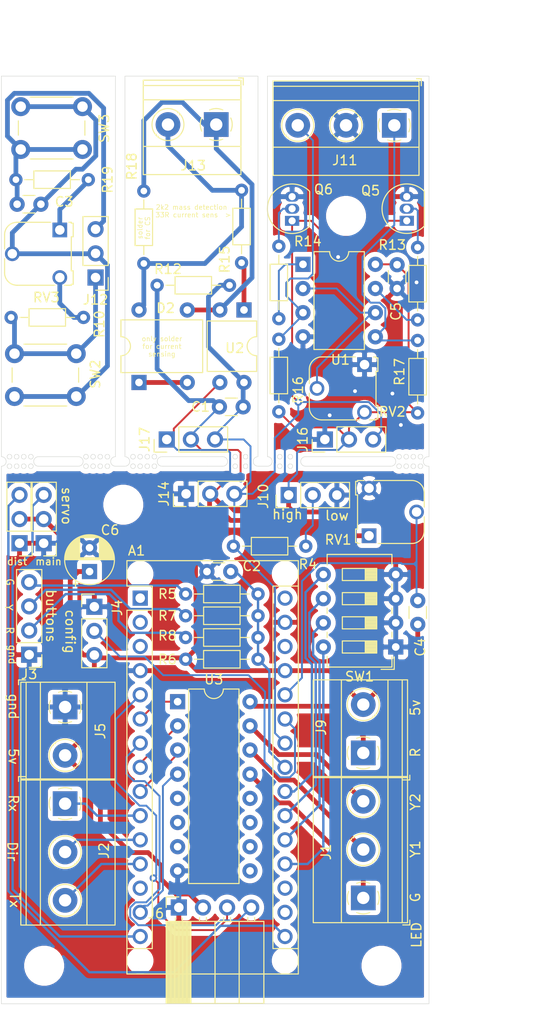
<source format=kicad_pcb>
(kicad_pcb (version 20171130) (host pcbnew "(5.1.6)-1")
  (layers (0 F.Cu signal) (31 B.Cu signal) (34 B.Paste user hide) (35 F.Paste user hide) (36 B.SilkS user) (37 F.SilkS user) (38 B.Mask user) (39 F.Mask user) (44 Edge.Cuts user))
  (net 0 "")
  (net 1 /dip0)
  (net 2 /dip1)
  (net 3 /dip2)
  (net 4 /dip3)
  (net 5 "Net-(J1-Pad2)")
  (net 6 "Net-(J1-Pad3)")
  (net 7 /configPin)
  (net 8 /servoPin)
  (net 9 /relayPin)
  (net 10 /slowSpeed)
  (net 11 GND)
  (net 12 /direction)
  (net 13 /pot)
  (net 14 /Tx)
  (net 15 /Rx)
  (net 16 +5V)
  (net 17 /greenLed)
  (net 18 /redLed)
  (net 19 "Net-(J10-Pad2)")
  (net 20 /preSignal)
  (net 21 /yellowLed2)
  (net 22 /buttons)
  (net 23 "Net-(J3-Pad4)")
  (net 24 "Net-(J3-Pad3)")
  (net 25 "Net-(J3-Pad2)")
  (net 26 /yellowLed1)
  (net 27 /sensor)
  (net 28 "Net-(D2-Pad1)")
  (net 29 "Net-(D2-Pad4)")
  (net 30 "Net-(J1-Pad1)")
  (net 31 "Net-(J9-Pad1)")
  (net 32 "Net-(Q5-Pad2)")
  (net 33 "Net-(Q6-Pad2)")
  (net 34 "Net-(R13-Pad2)")
  (net 35 "Net-(R14-Pad2)")
  (net 36 "Net-(R15-Pad2)")
  (net 37 "Net-(RV2-Pad2)")
  (net 38 "Net-(A1-Pad30)")
  (net 39 "Net-(A1-Pad13)")
  (net 40 "Net-(A1-Pad28)")
  (net 41 "Net-(A1-Pad3)")
  (net 42 "Net-(A1-Pad18)")
  (net 43 "Net-(A1-Pad2)")
  (net 44 "Net-(A1-Pad17)")
  (net 45 "Net-(A1-Pad1)")
  (net 46 "Net-(J11-Pad3)")
  (net 47 "Net-(J11-Pad1)")
  (net 48 "Net-(C3-Pad2)")
  (net 49 "Net-(C3-Pad1)")
  (net 50 "Net-(J12-Pad1)")
  (net 51 "Net-(R10-Pad2)")
  (net 52 "Net-(R19-Pad1)")
  (net 53 "Net-(U3-Pad7)")
  (net 54 "Net-(U3-Pad6)")
  (net 55 "Net-(U3-Pad5)")
  (net 56 "Net-(U3-Pad12)")
  (net 57 "Net-(U3-Pad11)")
  (net 58 "Net-(U3-Pad10)")
  (net 59 "Net-(U3-Pad9)")
  (net 60 "Net-(D2-Pad3)")
  (module Connector_PinHeader_2.54mm:PinHeader_1x03_P2.54mm_Vertical (layer F.Cu) (at 98.933 65.405 90)
    (fp_text reference J14 (at 0 -2.33 90) (layer F.SilkS))
    (fp_text value config)
    (pad 3 thru_hole oval (at 0 5.08 90) (size 1.7 1.7) (drill 1) (layers *.Cu *.Mask) (net 27 /sensor))
    (pad 2 thru_hole oval (at 0 2.54 90) (size 1.7 1.7) (drill 1) (layers *.Cu *.Mask) (net 16 +5V))
    (pad 1 thru_hole rect (at 0 0 90) (size 1.7 1.7) (drill 1) (layers *.Cu *.Mask) (net 11 GND))
  )
  (module Button_Switch_THT:SW_PUSH_6mm (layer F.Cu) (at 80.876 50.673)
    (fp_text reference SW2 (at 8.509 2.159 90) (layer F.SilkS))
    (fp_text value SW)
    (pad 1 thru_hole circle (at 6.5 0 90) (size 2 2) (drill 1.1) (layers *.Cu *.Mask) (net 50 "Net-(J12-Pad1)"))
    (pad 2 thru_hole circle (at 6.5 4.5 90) (size 2 2) (drill 1.1) (layers *.Cu *.Mask) (net 48 "Net-(C3-Pad2)"))
    (pad 1 thru_hole circle (at 0 0 90) (size 2 2) (drill 1.1) (layers *.Cu *.Mask) (net 50 "Net-(J12-Pad1)"))
    (pad 2 thru_hole circle (at 0 4.5 90) (size 2 2) (drill 1.1) (layers *.Cu *.Mask) (net 48 "Net-(C3-Pad2)"))
  )
  (module Resistor_THT:R_Axial_DIN0204_L3.6mm_D1.6mm_P7.62mm_Horizontal (layer F.Cu) (at 95.885 43.482)
    (fp_text reference R12 (at 1.143 -1.699 180) (layer F.SilkS))
    (fp_text value R)
    (pad 2 thru_hole oval (at 7.62 0) (size 1.4 1.4) (drill 0.7) (layers *.Cu *.Mask) (net 27 /sensor))
    (pad 1 thru_hole circle (at 0 0) (size 1.4 1.4) (drill 0.7) (layers *.Cu *.Mask) (net 16 +5V))
  )
  (module Connector_PinHeader_2.54mm:PinHeader_1x03_P2.54mm_Vertical (layer F.Cu) (at 96.901 59.69 90)
    (fp_text reference J17 (at 0 -2.33 90) (layer F.SilkS))
    (fp_text value config)
    (pad 3 thru_hole oval (at 0 5.08 90) (size 1.7 1.7) (drill 1) (layers *.Cu *.Mask) (net 27 /sensor))
    (pad 2 thru_hole oval (at 0 2.54 90) (size 1.7 1.7) (drill 1) (layers *.Cu *.Mask) (net 16 +5V))
    (pad 1 thru_hole rect (at 0 0 90) (size 1.7 1.7) (drill 1) (layers *.Cu *.Mask) (net 11 GND))
  )
  (module Package_DIP:DIP-16_W7.62mm (layer F.Cu) (at 98.044 87.249)
    (fp_text reference U3 (at 3.81 -2.33) (layer F.SilkS))
    (fp_text value ULN2003)
    (pad 16 thru_hole oval (at 7.62 0) (size 1.6 1.6) (drill 0.8) (layers *.Cu *.Mask) (net 31 "Net-(J9-Pad1)"))
    (pad 8 thru_hole oval (at 0 17.78) (size 1.6 1.6) (drill 0.8) (layers *.Cu *.Mask) (net 11 GND))
    (pad 15 thru_hole oval (at 7.62 2.54) (size 1.6 1.6) (drill 0.8) (layers *.Cu *.Mask) (net 6 "Net-(J1-Pad3)"))
    (pad 7 thru_hole oval (at 0 15.24) (size 1.6 1.6) (drill 0.8) (layers *.Cu *.Mask) (net 53 "Net-(U3-Pad7)"))
    (pad 14 thru_hole oval (at 7.62 5.08) (size 1.6 1.6) (drill 0.8) (layers *.Cu *.Mask) (net 5 "Net-(J1-Pad2)"))
    (pad 6 thru_hole oval (at 0 12.7) (size 1.6 1.6) (drill 0.8) (layers *.Cu *.Mask) (net 54 "Net-(U3-Pad6)"))
    (pad 13 thru_hole oval (at 7.62 7.62) (size 1.6 1.6) (drill 0.8) (layers *.Cu *.Mask) (net 30 "Net-(J1-Pad1)"))
    (pad 5 thru_hole oval (at 0 10.16) (size 1.6 1.6) (drill 0.8) (layers *.Cu *.Mask) (net 55 "Net-(U3-Pad5)"))
    (pad 12 thru_hole oval (at 7.62 10.16) (size 1.6 1.6) (drill 0.8) (layers *.Cu *.Mask) (net 56 "Net-(U3-Pad12)"))
    (pad 4 thru_hole oval (at 0 7.62) (size 1.6 1.6) (drill 0.8) (layers *.Cu *.Mask) (net 26 /yellowLed1))
    (pad 11 thru_hole oval (at 7.62 12.7) (size 1.6 1.6) (drill 0.8) (layers *.Cu *.Mask) (net 57 "Net-(U3-Pad11)"))
    (pad 3 thru_hole oval (at 0 5.08) (size 1.6 1.6) (drill 0.8) (layers *.Cu *.Mask) (net 17 /greenLed))
    (pad 10 thru_hole oval (at 7.62 15.24) (size 1.6 1.6) (drill 0.8) (layers *.Cu *.Mask) (net 58 "Net-(U3-Pad10)"))
    (pad 2 thru_hole oval (at 0 2.54) (size 1.6 1.6) (drill 0.8) (layers *.Cu *.Mask) (net 21 /yellowLed2))
    (pad 9 thru_hole oval (at 7.62 17.78) (size 1.6 1.6) (drill 0.8) (layers *.Cu *.Mask) (net 59 "Net-(U3-Pad9)"))
    (pad 1 thru_hole rect (at 0 0) (size 1.6 1.6) (drill 0.8) (layers *.Cu *.Mask) (net 18 /redLed))
  )
  (module Module:Arduino_Nano_WithMountingHoles (layer F.Cu) (at 94.107 76.367)
    (fp_text reference A1 (at -0.383 -4.992) (layer F.SilkS))
    (fp_text value Arduino_Nano_v3.x)
    (pad "" np_thru_hole circle (at 0 38.1) (size 1.78 1.78) (drill 1.78) (layers *.Cu *.Mask))
    (pad "" np_thru_hole circle (at 15.24 38.1) (size 1.78 1.78) (drill 1.78) (layers *.Cu *.Mask))
    (pad "" np_thru_hole circle (at 15.24 -2.54) (size 1.78 1.78) (drill 1.78) (layers *.Cu *.Mask))
    (pad "" np_thru_hole circle (at 0 -2.54) (size 1.78 1.78) (drill 1.78) (layers *.Cu *.Mask))
    (pad 16 thru_hole oval (at 15.24 35.56) (size 1.6 1.6) (drill 1) (layers *.Cu *.Mask) (net 8 /servoPin))
    (pad 15 thru_hole oval (at 0 35.56) (size 1.6 1.6) (drill 1) (layers *.Cu *.Mask) (net 20 /preSignal))
    (pad 30 thru_hole oval (at 15.24 0) (size 1.6 1.6) (drill 1) (layers *.Cu *.Mask) (net 38 "Net-(A1-Pad30)"))
    (pad 14 thru_hole oval (at 0 33.02) (size 1.6 1.6) (drill 1) (layers *.Cu *.Mask) (net 26 /yellowLed1))
    (pad 29 thru_hole oval (at 15.24 2.54) (size 1.6 1.6) (drill 1) (layers *.Cu *.Mask) (net 11 GND))
    (pad 13 thru_hole oval (at 0 30.48) (size 1.6 1.6) (drill 1) (layers *.Cu *.Mask) (net 39 "Net-(A1-Pad13)"))
    (pad 28 thru_hole oval (at 15.24 5.08) (size 1.6 1.6) (drill 1) (layers *.Cu *.Mask) (net 40 "Net-(A1-Pad28)"))
    (pad 12 thru_hole oval (at 0 27.94) (size 1.6 1.6) (drill 1) (layers *.Cu *.Mask) (net 14 /Tx))
    (pad 27 thru_hole oval (at 15.24 7.62) (size 1.6 1.6) (drill 1) (layers *.Cu *.Mask) (net 16 +5V))
    (pad 11 thru_hole oval (at 0 25.4) (size 1.6 1.6) (drill 1) (layers *.Cu *.Mask) (net 12 /direction))
    (pad 26 thru_hole oval (at 15.24 10.16) (size 1.6 1.6) (drill 1) (layers *.Cu *.Mask) (net 13 /pot))
    (pad 10 thru_hole oval (at 0 22.86) (size 1.6 1.6) (drill 1) (layers *.Cu *.Mask) (net 15 /Rx))
    (pad 25 thru_hole oval (at 15.24 12.7) (size 1.6 1.6) (drill 1) (layers *.Cu *.Mask) (net 7 /configPin))
    (pad 9 thru_hole oval (at 0 20.32) (size 1.6 1.6) (drill 1) (layers *.Cu *.Mask) (net 17 /greenLed))
    (pad 24 thru_hole oval (at 15.24 15.24) (size 1.6 1.6) (drill 1) (layers *.Cu *.Mask) (net 27 /sensor))
    (pad 8 thru_hole oval (at 0 17.78) (size 1.6 1.6) (drill 1) (layers *.Cu *.Mask) (net 21 /yellowLed2))
    (pad 23 thru_hole oval (at 15.24 17.78) (size 1.6 1.6) (drill 1) (layers *.Cu *.Mask) (net 22 /buttons))
    (pad 7 thru_hole oval (at 0 15.24) (size 1.6 1.6) (drill 1) (layers *.Cu *.Mask) (net 9 /relayPin))
    (pad 22 thru_hole oval (at 15.24 20.32) (size 1.6 1.6) (drill 1) (layers *.Cu *.Mask) (net 4 /dip3))
    (pad 6 thru_hole oval (at 0 12.7) (size 1.6 1.6) (drill 1) (layers *.Cu *.Mask) (net 18 /redLed))
    (pad 21 thru_hole oval (at 15.24 22.86) (size 1.6 1.6) (drill 1) (layers *.Cu *.Mask) (net 3 /dip2))
    (pad 5 thru_hole oval (at 0 10.16) (size 1.6 1.6) (drill 1) (layers *.Cu *.Mask) (net 10 /slowSpeed))
    (pad 20 thru_hole oval (at 15.24 25.4) (size 1.6 1.6) (drill 1) (layers *.Cu *.Mask) (net 2 /dip1))
    (pad 4 thru_hole oval (at 0 7.62) (size 1.6 1.6) (drill 1) (layers *.Cu *.Mask) (net 11 GND))
    (pad 19 thru_hole oval (at 15.24 27.94) (size 1.6 1.6) (drill 1) (layers *.Cu *.Mask) (net 1 /dip0))
    (pad 3 thru_hole oval (at 0 5.08) (size 1.6 1.6) (drill 1) (layers *.Cu *.Mask) (net 41 "Net-(A1-Pad3)"))
    (pad 18 thru_hole oval (at 15.24 30.48) (size 1.6 1.6) (drill 1) (layers *.Cu *.Mask) (net 42 "Net-(A1-Pad18)"))
    (pad 2 thru_hole oval (at 0 2.54) (size 1.6 1.6) (drill 1) (layers *.Cu *.Mask) (net 43 "Net-(A1-Pad2)"))
    (pad 17 thru_hole oval (at 15.24 33.02) (size 1.6 1.6) (drill 1) (layers *.Cu *.Mask) (net 44 "Net-(A1-Pad17)"))
    (pad 1 thru_hole rect (at 0 0) (size 1.6 1.6) (drill 1) (layers *.Cu *.Mask) (net 45 "Net-(A1-Pad1)"))
  )
  (module Connector_PinHeader_2.54mm:PinHeader_1x03_P2.54mm_Vertical (layer F.Cu) (at 109.728 65.532 90)
    (fp_text reference J10 (at -0.118 -2.667 90) (layer F.SilkS))
    (fp_text value jumper)
    (pad 1 thru_hole rect (at 0 0 90) (size 1.7 1.7) (drill 1) (layers *.Cu *.Mask) (net 16 +5V))
    (pad 2 thru_hole oval (at 0 2.54 90) (size 1.7 1.7) (drill 1) (layers *.Cu *.Mask) (net 19 "Net-(J10-Pad2)"))
    (pad 3 thru_hole oval (at 0 5.08 90) (size 1.7 1.7) (drill 1) (layers *.Cu *.Mask) (net 11 GND))
  )
  (module Connector_PinHeader_2.54mm:PinHeader_1x03_P2.54mm_Vertical (layer F.Cu) (at 113.538 59.69 90)
    (fp_text reference J16 (at 0 -2.33 90) (layer F.SilkS))
    (fp_text value config)
    (pad 3 thru_hole oval (at 0 5.08 90) (size 1.7 1.7) (drill 1) (layers *.Cu *.Mask) (net 27 /sensor))
    (pad 2 thru_hole oval (at 0 2.54 90) (size 1.7 1.7) (drill 1) (layers *.Cu *.Mask) (net 16 +5V))
    (pad 1 thru_hole rect (at 0 0 90) (size 1.7 1.7) (drill 1) (layers *.Cu *.Mask) (net 11 GND))
  )
  (module Diode_THT:Diode_Bridge_DIP-4_W7.62mm_P5.08mm (layer F.Cu) (at 93.98 53.7 90)
    (fp_text reference D2 (at 7.818 2.794 180) (layer F.SilkS))
    (fp_text value d)
    (pad 1 thru_hole rect (at 0 0 90) (size 1.6 1.6) (drill 0.8) (layers *.Cu *.Mask) (net 28 "Net-(D2-Pad1)"))
    (pad 3 thru_hole oval (at 7.62 5.08 90) (size 1.6 1.6) (drill 0.8) (layers *.Cu *.Mask) (net 60 "Net-(D2-Pad3)"))
    (pad 2 thru_hole oval (at 0 5.08 90) (size 1.6 1.6) (drill 0.8) (layers *.Cu *.Mask) (net 28 "Net-(D2-Pad1)"))
    (pad 4 thru_hole oval (at 7.62 0 90) (size 1.6 1.6) (drill 0.8) (layers *.Cu *.Mask) (net 29 "Net-(D2-Pad4)"))
  )
  (module Button_Switch_THT:SW_PUSH_6mm (layer F.Cu) (at 81.534 24.71)
    (fp_text reference SW3 (at 8.786 2.286 90) (layer F.SilkS))
    (fp_text value SW)
    (pad 1 thru_hole circle (at 6.5 0 90) (size 2 2) (drill 1.1) (layers *.Cu *.Mask) (net 48 "Net-(C3-Pad2)"))
    (pad 2 thru_hole circle (at 6.5 4.5 90) (size 2 2) (drill 1.1) (layers *.Cu *.Mask) (net 49 "Net-(C3-Pad1)"))
    (pad 1 thru_hole circle (at 0 0 90) (size 2 2) (drill 1.1) (layers *.Cu *.Mask) (net 48 "Net-(C3-Pad2)"))
    (pad 2 thru_hole circle (at 0 4.5 90) (size 2 2) (drill 1.1) (layers *.Cu *.Mask) (net 49 "Net-(C3-Pad1)"))
  )
  (module Resistor_THT:R_Axial_DIN0204_L3.6mm_D1.6mm_P7.62mm_Horizontal (layer F.Cu) (at 88.646 32.385 180)
    (fp_text reference R19 (at -2.032 0 90) (layer F.SilkS))
    (fp_text value R)
    (pad 2 thru_hole oval (at 7.62 0 180) (size 1.4 1.4) (drill 0.7) (layers *.Cu *.Mask) (net 49 "Net-(C3-Pad1)"))
    (pad 1 thru_hole circle (at 0 0 180) (size 1.4 1.4) (drill 0.7) (layers *.Cu *.Mask) (net 52 "Net-(R19-Pad1)"))
  )
  (module Resistor_THT:R_Axial_DIN0204_L3.6mm_D1.6mm_P7.62mm_Horizontal (layer F.Cu) (at 80.518 46.863)
    (fp_text reference R10 (at 9.297 0.705 90) (layer F.SilkS))
    (fp_text value R)
    (pad 2 thru_hole oval (at 7.62 0) (size 1.4 1.4) (drill 0.7) (layers *.Cu *.Mask) (net 51 "Net-(R10-Pad2)"))
    (pad 1 thru_hole circle (at 0 0) (size 1.4 1.4) (drill 0.7) (layers *.Cu *.Mask) (net 50 "Net-(J12-Pad1)"))
  )
  (module Potentiometer_THT:Potentiometer_Runtron_RM-065_Vertical (layer F.Cu) (at 85.645 37.672 270)
    (fp_text reference RV3 (at 7.093 1.418 180) (layer F.SilkS))
    (fp_text value R_POT)
    (pad 2 thru_hole circle (at 2.5 5 270) (size 1.55 1.55) (drill 1) (layers *.Cu *.Mask) (net 48 "Net-(C3-Pad2)"))
    (pad 1 thru_hole rect (at 0 0 270) (size 1.55 1.55) (drill 1) (layers *.Cu *.Mask) (net 52 "Net-(R19-Pad1)"))
    (pad 3 thru_hole circle (at 5 0 270) (size 1.55 1.55) (drill 1) (layers *.Cu *.Mask) (net 51 "Net-(R10-Pad2)"))
  )
  (module Connector_PinHeader_2.54mm:PinHeader_1x03_P2.54mm_Vertical (layer F.Cu) (at 89.408 42.672 180)
    (fp_text reference J12 (at 0 -2.33) (layer F.SilkS))
    (fp_text value config)
    (pad 3 thru_hole oval (at 0 5.08 180) (size 1.7 1.7) (drill 1) (layers *.Cu *.Mask) (net 49 "Net-(C3-Pad1)"))
    (pad 2 thru_hole oval (at 0 2.54 180) (size 1.7 1.7) (drill 1) (layers *.Cu *.Mask) (net 48 "Net-(C3-Pad2)"))
    (pad 1 thru_hole rect (at 0 0 180) (size 1.7 1.7) (drill 1) (layers *.Cu *.Mask) (net 50 "Net-(J12-Pad1)"))
  )
  (module MountingHole:MountingHole_3.2mm_M3 (layer F.Cu) (at 92.329 66.548 270)
    (fp_text reference REF**)
    (fp_text value MountingHole_3.2mm_M3)
    (pad 1 np_thru_hole circle (at 0 0 270) (size 3.2 3.2) (drill 3.2) (layers *.Cu *.Mask))
  )
  (module Capacitor_THT:CP_Radial_D5.0mm_P2.50mm (layer F.Cu) (at 88.773 73.573 90)
    (fp_text reference C6 (at 4.358 2.159 180) (layer F.SilkS))
    (fp_text value CP)
    (pad 2 thru_hole circle (at 2.5 0 90) (size 1.6 1.6) (drill 0.8) (layers *.Cu *.Mask) (net 11 GND))
    (pad 1 thru_hole rect (at 0 0 90) (size 1.6 1.6) (drill 0.8) (layers *.Cu *.Mask) (net 16 +5V))
  )
  (module TerminalBlock_Phoenix:TerminalBlock_Phoenix_MKDS-1,5-2-5.08_1x02_P5.08mm_Horizontal (layer F.Cu) (at 86.201 87.805 270)
    (fp_text reference J5 (at 2.54 -3.715 90) (layer F.SilkS))
    (fp_text value power)
    (pad 2 thru_hole circle (at 5.08 0 270) (size 2.6 2.6) (drill 1.3) (layers *.Cu *.Mask) (net 16 +5V))
    (pad 1 thru_hole rect (at 0 0 270) (size 2.6 2.6) (drill 1.3) (layers *.Cu *.Mask) (net 11 GND))
  )
  (module MountingHole:MountingHole_3.2mm_M3 (layer F.Cu) (at 84 115 270)
    (fp_text reference REF**)
    (fp_text value MountingHole_3.2mm_M3)
    (pad 1 np_thru_hole circle (at 0 0 270) (size 3.2 3.2) (drill 3.2) (layers *.Cu *.Mask))
  )
  (module MountingHole:MountingHole_3.2mm_M3 (layer F.Cu) (at 119.5 115 270)
    (fp_text reference REF**)
    (fp_text value MountingHole_3.2mm_M3)
    (pad 1 np_thru_hole circle (at 0 0 270) (size 3.2 3.2) (drill 3.2) (layers *.Cu *.Mask))
  )
  (module Button_Switch_THT:SW_DIP_SPSTx04_Slide_6.7x11.72mm_W7.62mm_P2.54mm_LowProfile (layer F.Cu) (at 121 81.5 180)
    (fp_text reference SW1 (at 3.81 -3.11) (layer F.SilkS))
    (fp_text value SW_DIP_x04)
    (pad 8 thru_hole oval (at 7.62 0 180) (size 1.6 1.6) (drill 0.8) (layers *.Cu *.Mask) (net 1 /dip0))
    (pad 4 thru_hole oval (at 0 7.62 180) (size 1.6 1.6) (drill 0.8) (layers *.Cu *.Mask) (net 11 GND))
    (pad 7 thru_hole oval (at 7.62 2.54 180) (size 1.6 1.6) (drill 0.8) (layers *.Cu *.Mask) (net 2 /dip1))
    (pad 3 thru_hole oval (at 0 5.08 180) (size 1.6 1.6) (drill 0.8) (layers *.Cu *.Mask) (net 11 GND))
    (pad 6 thru_hole oval (at 7.62 5.08 180) (size 1.6 1.6) (drill 0.8) (layers *.Cu *.Mask) (net 3 /dip2))
    (pad 2 thru_hole oval (at 0 2.54 180) (size 1.6 1.6) (drill 0.8) (layers *.Cu *.Mask) (net 11 GND))
    (pad 5 thru_hole oval (at 7.62 7.62 180) (size 1.6 1.6) (drill 0.8) (layers *.Cu *.Mask) (net 4 /dip3))
    (pad 1 thru_hole rect (at 0 0 180) (size 1.6 1.6) (drill 0.8) (layers *.Cu *.Mask) (net 11 GND))
  )
  (module Connector_PinHeader_2.54mm:PinHeader_1x03_P2.54mm_Vertical (layer F.Cu) (at 89.278 77.27)
    (fp_text reference J4 (at 2.416 0.113 90) (layer F.SilkS))
    (fp_text value config)
    (pad 3 thru_hole oval (at 0 5.08) (size 1.7 1.7) (drill 1) (layers *.Cu *.Mask) (net 16 +5V))
    (pad 2 thru_hole oval (at 0 2.54) (size 1.7 1.7) (drill 1) (layers *.Cu *.Mask) (net 7 /configPin))
    (pad 1 thru_hole rect (at 0 0) (size 1.7 1.7) (drill 1) (layers *.Cu *.Mask) (net 11 GND))
  )
  (module Connector_PinHeader_2.54mm:PinHeader_1x04_P2.54mm_Vertical (layer F.Cu) (at 82.423 82.312 180)
    (fp_text reference J3 (at 0 -2.056) (layer F.SilkS))
    (fp_text value buttons)
    (pad 4 thru_hole oval (at 0 7.62 180) (size 1.7 1.7) (drill 1) (layers *.Cu *.Mask) (net 23 "Net-(J3-Pad4)"))
    (pad 3 thru_hole oval (at 0 5.08 180) (size 1.7 1.7) (drill 1) (layers *.Cu *.Mask) (net 24 "Net-(J3-Pad3)"))
    (pad 2 thru_hole oval (at 0 2.54 180) (size 1.7 1.7) (drill 1) (layers *.Cu *.Mask) (net 25 "Net-(J3-Pad2)"))
    (pad 1 thru_hole rect (at 0 0 180) (size 1.7 1.7) (drill 1) (layers *.Cu *.Mask) (net 11 GND))
  )
  (module MountingHole:MountingHole_3.2mm_M3 (layer F.Cu) (at 115.768 36.196 270)
    (fp_text reference REF**)
    (fp_text value MountingHole_3.2mm_M3)
    (pad 1 np_thru_hole circle (at 0 0 270) (size 3.2 3.2) (drill 3.2) (layers *.Cu *.Mask))
  )
  (module MountingHole:MountingHole_3.2mm_M3 (layer F.Cu) (at 99.273 38.458 270)
    (fp_text reference REF**)
    (fp_text value MountingHole_3.2mm_M3)
    (pad 1 np_thru_hole circle (at 0 0 270) (size 3.2 3.2) (drill 3.2) (layers *.Cu *.Mask))
  )
  (module Resistor_THT:R_Axial_DIN0204_L3.6mm_D1.6mm_P7.62mm_Horizontal (layer F.Cu) (at 123.301 49.283 270)
    (fp_text reference R17 (at 3.302 1.905 270) (layer F.SilkS))
    (fp_text value 22k)
    (pad 2 thru_hole oval (at 7.62 0 270) (size 1.4 1.4) (drill 0.7) (layers *.Cu *.Mask) (net 16 +5V))
    (pad 1 thru_hole circle (at 0 0 270) (size 1.4 1.4) (drill 0.7) (layers *.Cu *.Mask) (net 47 "Net-(J11-Pad1)"))
  )
  (module TerminalBlock_Phoenix:TerminalBlock_Phoenix_MKDS-1,5-3-5.08_1x03_P5.08mm_Horizontal (layer F.Cu) (at 120.848 26.671 180)
    (fp_text reference J11 (at 5.207 -3.683) (layer F.SilkS))
    (fp_text value ldr)
    (pad 3 thru_hole circle (at 10.16 0 180) (size 2.6 2.6) (drill 1.3) (layers *.Cu *.Mask) (net 46 "Net-(J11-Pad3)"))
    (pad 2 thru_hole circle (at 5.08 0 180) (size 2.6 2.6) (drill 1.3) (layers *.Cu *.Mask) (net 11 GND))
    (pad 1 thru_hole rect (at 0 0 180) (size 2.6 2.6) (drill 1.3) (layers *.Cu *.Mask) (net 47 "Net-(J11-Pad1)"))
  )
  (module TerminalBlock_Phoenix:TerminalBlock_Phoenix_MKDS-1,5-3-5.08_1x03_P5.08mm_Horizontal (layer F.Cu) (at 117.581 107.872 90)
    (fp_text reference J1 (at 4.835 -3.916 90) (layer F.SilkS))
    (fp_text value controlSignals)
    (pad 3 thru_hole circle (at 10.16 0 90) (size 2.6 2.6) (drill 1.3) (layers *.Cu *.Mask) (net 6 "Net-(J1-Pad3)"))
    (pad 2 thru_hole circle (at 5.08 0 90) (size 2.6 2.6) (drill 1.3) (layers *.Cu *.Mask) (net 5 "Net-(J1-Pad2)"))
    (pad 1 thru_hole rect (at 0 0 90) (size 2.6 2.6) (drill 1.3) (layers *.Cu *.Mask) (net 30 "Net-(J1-Pad1)"))
  )
  (module TerminalBlock_Phoenix:TerminalBlock_Phoenix_MKDS-1,5-2-5.08_1x02_P5.08mm_Horizontal (layer F.Cu) (at 117.581 92.632 90)
    (fp_text reference J9 (at 2.676 -4.424 90) (layer F.SilkS))
    (fp_text value s)
    (pad 2 thru_hole circle (at 5.08 0 90) (size 2.6 2.6) (drill 1.3) (layers *.Cu *.Mask) (net 16 +5V))
    (pad 1 thru_hole rect (at 0 0 90) (size 2.6 2.6) (drill 1.3) (layers *.Cu *.Mask) (net 31 "Net-(J9-Pad1)"))
  )
  (module Resistor_THT:R_Axial_DIN0204_L3.6mm_D1.6mm_P7.62mm_Horizontal (layer F.Cu) (at 94.488 33.576 270)
    (fp_text reference R18 (at -2.588 1.27 90) (layer F.SilkS))
    (fp_text value 4k7)
    (pad 2 thru_hole oval (at 7.62 0 270) (size 1.4 1.4) (drill 0.7) (layers *.Cu *.Mask) (net 29 "Net-(D2-Pad4)"))
    (pad 1 thru_hole circle (at 0 0 270) (size 1.4 1.4) (drill 0.7) (layers *.Cu *.Mask) (net 60 "Net-(D2-Pad3)"))
  )
  (module Package_TO_SOT_THT:TO-92_Inline (layer F.Cu) (at 122.158 36.704 90)
    (fp_text reference Q5 (at 3.169 -3.81 180) (layer F.SilkS))
    (fp_text value BC547)
    (pad 1 thru_hole rect (at 0 0 90) (size 1.05 1.5) (drill 0.75) (layers *.Cu *.Mask) (net 27 /sensor))
    (pad 3 thru_hole oval (at 2.54 0 90) (size 1.05 1.5) (drill 0.75) (layers *.Cu *.Mask) (net 11 GND))
    (pad 2 thru_hole oval (at 1.27 0 90) (size 1.05 1.5) (drill 0.75) (layers *.Cu *.Mask) (net 32 "Net-(Q5-Pad2)"))
  )
  (module Package_TO_SOT_THT:TO-92_Inline (layer F.Cu) (at 110.093 36.71 90)
    (fp_text reference Q6 (at 3.302 3.302 180) (layer F.SilkS))
    (fp_text value BC547)
    (pad 1 thru_hole rect (at 0 0 90) (size 1.05 1.5) (drill 0.75) (layers *.Cu *.Mask) (net 27 /sensor))
    (pad 3 thru_hole oval (at 2.54 0 90) (size 1.05 1.5) (drill 0.75) (layers *.Cu *.Mask) (net 11 GND))
    (pad 2 thru_hole oval (at 1.27 0 90) (size 1.05 1.5) (drill 0.75) (layers *.Cu *.Mask) (net 33 "Net-(Q6-Pad2)"))
  )
  (module TerminalBlock_Phoenix:TerminalBlock_Phoenix_MKDS-1,5-2-5.08_1x02_P5.08mm_Horizontal (layer F.Cu) (at 102.108 26.591 180)
    (fp_text reference J13 (at 2.413 -4.318) (layer F.SilkS))
    (fp_text value s)
    (pad 2 thru_hole circle (at 5.08 0 180) (size 2.6 2.6) (drill 1.3) (layers *.Cu *.Mask) (net 29 "Net-(D2-Pad4)"))
    (pad 1 thru_hole rect (at 0 0 180) (size 2.6 2.6) (drill 1.3) (layers *.Cu *.Mask) (net 60 "Net-(D2-Pad3)"))
  )
  (module Resistor_THT:R_Axial_DIN0204_L3.6mm_D1.6mm_P7.62mm_Horizontal (layer F.Cu) (at 123.301 39.504 270)
    (fp_text reference R13 (at -0.254 2.667) (layer F.SilkS))
    (fp_text value 1k)
    (pad 2 thru_hole oval (at 7.62 0 270) (size 1.4 1.4) (drill 0.7) (layers *.Cu *.Mask) (net 34 "Net-(R13-Pad2)"))
    (pad 1 thru_hole circle (at 0 0 270) (size 1.4 1.4) (drill 0.7) (layers *.Cu *.Mask) (net 32 "Net-(Q5-Pad2)"))
  )
  (module Capacitor_THT:C_Disc_D3.0mm_W1.6mm_P2.50mm (layer F.Cu) (at 104.94 56.261 180)
    (fp_text reference C1 (at 4.483 0 180) (layer F.SilkS))
    (fp_text value C)
    (pad 2 thru_hole circle (at 2.5 0 180) (size 1.6 1.6) (drill 0.8) (layers *.Cu *.Mask) (net 16 +5V))
    (pad 1 thru_hole circle (at 0 0 180) (size 1.6 1.6) (drill 0.8) (layers *.Cu *.Mask) (net 27 /sensor))
  )
  (module Resistor_THT:R_Axial_DIN0204_L3.6mm_D1.6mm_P7.62mm_Horizontal (layer F.Cu) (at 104.775 33.5 270)
    (fp_text reference R15 (at 7.267 1.778 270) (layer F.SilkS))
    (fp_text value 33R)
    (pad 2 thru_hole oval (at 7.62 0 270) (size 1.4 1.4) (drill 0.7) (layers *.Cu *.Mask) (net 36 "Net-(R15-Pad2)"))
    (pad 1 thru_hole circle (at 0 0 270) (size 1.4 1.4) (drill 0.7) (layers *.Cu *.Mask) (net 29 "Net-(D2-Pad4)"))
  )
  (module Package_DIP:DIP-8_W7.62mm (layer F.Cu) (at 111.236 41.282)
    (fp_text reference U1 (at 3.937 10.033) (layer F.SilkS))
    (fp_text value LM358)
    (pad 8 thru_hole oval (at 7.62 0) (size 1.6 1.6) (drill 0.8) (layers *.Cu *.Mask) (net 16 +5V))
    (pad 4 thru_hole oval (at 0 7.62) (size 1.6 1.6) (drill 0.8) (layers *.Cu *.Mask) (net 11 GND))
    (pad 7 thru_hole oval (at 7.62 2.54) (size 1.6 1.6) (drill 0.8) (layers *.Cu *.Mask) (net 34 "Net-(R13-Pad2)"))
    (pad 3 thru_hole oval (at 0 5.08) (size 1.6 1.6) (drill 0.8) (layers *.Cu *.Mask) (net 46 "Net-(J11-Pad3)"))
    (pad 6 thru_hole oval (at 7.62 5.08) (size 1.6 1.6) (drill 0.8) (layers *.Cu *.Mask) (net 37 "Net-(RV2-Pad2)"))
    (pad 2 thru_hole oval (at 0 2.54) (size 1.6 1.6) (drill 0.8) (layers *.Cu *.Mask) (net 37 "Net-(RV2-Pad2)"))
    (pad 5 thru_hole oval (at 7.62 7.62) (size 1.6 1.6) (drill 0.8) (layers *.Cu *.Mask) (net 47 "Net-(J11-Pad1)"))
    (pad 1 thru_hole rect (at 0 0) (size 1.6 1.6) (drill 0.8) (layers *.Cu *.Mask) (net 35 "Net-(R14-Pad2)"))
  )
  (module Capacitor_THT:C_Disc_D3.0mm_W1.6mm_P2.50mm (layer F.Cu) (at 121.142 43.822 90)
    (fp_text reference C5 (at -2.413 -0.127 270) (layer F.SilkS))
    (fp_text value C)
    (pad 2 thru_hole circle (at 2.5 0 90) (size 1.6 1.6) (drill 0.8) (layers *.Cu *.Mask) (net 16 +5V))
    (pad 1 thru_hole circle (at 0 0 90) (size 1.6 1.6) (drill 0.8) (layers *.Cu *.Mask) (net 11 GND))
  )
  (module Resistor_THT:R_Axial_DIN0204_L3.6mm_D1.6mm_P7.62mm_Horizontal (layer F.Cu) (at 108.696 39.377 270)
    (fp_text reference R14 (at -0.508 -3.048) (layer F.SilkS))
    (fp_text value 1k)
    (pad 2 thru_hole oval (at 7.62 0 270) (size 1.4 1.4) (drill 0.7) (layers *.Cu *.Mask) (net 35 "Net-(R14-Pad2)"))
    (pad 1 thru_hole circle (at 0 0 270) (size 1.4 1.4) (drill 0.7) (layers *.Cu *.Mask) (net 33 "Net-(Q6-Pad2)"))
  )
  (module Resistor_THT:R_Axial_DIN0204_L3.6mm_D1.6mm_P7.62mm_Horizontal (layer F.Cu) (at 108.696 49.156 270)
    (fp_text reference R16 (at 5.334 -2.032 90) (layer F.SilkS))
    (fp_text value 22k)
    (pad 2 thru_hole oval (at 7.62 0 270) (size 1.4 1.4) (drill 0.7) (layers *.Cu *.Mask) (net 16 +5V))
    (pad 1 thru_hole circle (at 0 0 270) (size 1.4 1.4) (drill 0.7) (layers *.Cu *.Mask) (net 46 "Net-(J11-Pad3)"))
  )
  (module Potentiometer_THT:Potentiometer_Runtron_RM-065_Vertical (layer F.Cu) (at 117.713 51.823 270)
    (fp_text reference RV2 (at 4.953 -2.921 180) (layer F.SilkS))
    (fp_text value R_POT)
    (pad 2 thru_hole circle (at 2.5 5 270) (size 1.55 1.55) (drill 1) (layers *.Cu *.Mask) (net 37 "Net-(RV2-Pad2)"))
    (pad 1 thru_hole rect (at 0 0 270) (size 1.55 1.55) (drill 1) (layers *.Cu *.Mask) (net 11 GND))
    (pad 3 thru_hole circle (at 5 0 270) (size 1.55 1.55) (drill 1) (layers *.Cu *.Mask) (net 16 +5V))
  )
  (module Package_DIP:DIP-4_W7.62mm (layer F.Cu) (at 105.029 46.078 270)
    (fp_text reference U2 (at 4.008 0.975 180) (layer F.SilkS))
    (fp_text value EL814)
    (pad 4 thru_hole oval (at 7.62 0 270) (size 1.6 1.6) (drill 0.8) (layers *.Cu *.Mask) (net 27 /sensor))
    (pad 2 thru_hole oval (at 0 2.54 270) (size 1.6 1.6) (drill 0.8) (layers *.Cu *.Mask) (net 60 "Net-(D2-Pad3)"))
    (pad 3 thru_hole oval (at 7.62 2.54 270) (size 1.6 1.6) (drill 0.8) (layers *.Cu *.Mask) (net 11 GND))
    (pad 1 thru_hole rect (at 0 0 270) (size 1.6 1.6) (drill 0.8) (layers *.Cu *.Mask) (net 36 "Net-(R15-Pad2)"))
  )
  (module TerminalBlock_Phoenix:TerminalBlock_Phoenix_MKDS-1,5-3-5.08_1x03_P5.08mm_Horizontal (layer F.Cu) (at 86.201 97.965 270)
    (fp_text reference J2 (at 4.945 -4.096 90) (layer F.SilkS))
    (fp_text value controlSignals)
    (pad 3 thru_hole circle (at 10.16 0 270) (size 2.6 2.6) (drill 1.3) (layers *.Cu *.Mask) (net 14 /Tx))
    (pad 2 thru_hole circle (at 5.08 0 270) (size 2.6 2.6) (drill 1.3) (layers *.Cu *.Mask) (net 12 /direction))
    (pad 1 thru_hole rect (at 0 0 270) (size 2.6 2.6) (drill 1.3) (layers *.Cu *.Mask) (net 15 /Rx))
  )
  (module Resistor_THT:R_Axial_DIN0204_L3.6mm_D1.6mm_P7.62mm_Horizontal (layer F.Cu) (at 98.888 80.502)
    (fp_text reference R8 (at -1.918 -0.193) (layer F.SilkS))
    (fp_text value 1k)
    (pad 2 thru_hole oval (at 7.62 0) (size 1.4 1.4) (drill 0.7) (layers *.Cu *.Mask) (net 22 /buttons))
    (pad 1 thru_hole circle (at 0 0) (size 1.4 1.4) (drill 0.7) (layers *.Cu *.Mask) (net 25 "Net-(J3-Pad2)"))
  )
  (module Resistor_THT:R_Axial_DIN0204_L3.6mm_D1.6mm_P7.62mm_Horizontal (layer F.Cu) (at 98.888 78.216)
    (fp_text reference R7 (at -1.918 0) (layer F.SilkS))
    (fp_text value 5k)
    (pad 2 thru_hole oval (at 7.62 0) (size 1.4 1.4) (drill 0.7) (layers *.Cu *.Mask) (net 22 /buttons))
    (pad 1 thru_hole circle (at 0 0) (size 1.4 1.4) (drill 0.7) (layers *.Cu *.Mask) (net 24 "Net-(J3-Pad3)"))
  )
  (module Resistor_THT:R_Axial_DIN0204_L3.6mm_D1.6mm_P7.62mm_Horizontal (layer F.Cu) (at 98.888 82.788)
    (fp_text reference R6 (at -1.918 0.021) (layer F.SilkS))
    (fp_text value 5k)
    (pad 2 thru_hole oval (at 7.62 0) (size 1.4 1.4) (drill 0.7) (layers *.Cu *.Mask) (net 22 /buttons))
    (pad 1 thru_hole circle (at 0 0) (size 1.4 1.4) (drill 0.7) (layers *.Cu *.Mask) (net 16 +5V))
  )
  (module Resistor_THT:R_Axial_DIN0204_L3.6mm_D1.6mm_P7.62mm_Horizontal (layer F.Cu) (at 98.888 75.93)
    (fp_text reference R5 (at -1.918 0) (layer F.SilkS))
    (fp_text value 10k)
    (pad 2 thru_hole oval (at 7.62 0) (size 1.4 1.4) (drill 0.7) (layers *.Cu *.Mask) (net 22 /buttons))
    (pad 1 thru_hole circle (at 0 0) (size 1.4 1.4) (drill 0.7) (layers *.Cu *.Mask) (net 23 "Net-(J3-Pad4)"))
  )
  (module Resistor_THT:R_Axial_DIN0204_L3.6mm_D1.6mm_P7.62mm_Horizontal (layer F.Cu) (at 111.533 70.905 180)
    (fp_text reference R4 (at -0.227 -1.906) (layer F.SilkS))
    (fp_text value 100k)
    (pad 2 thru_hole oval (at 7.62 0 180) (size 1.4 1.4) (drill 0.7) (layers *.Cu *.Mask) (net 27 /sensor))
    (pad 1 thru_hole circle (at 0 0 180) (size 1.4 1.4) (drill 0.7) (layers *.Cu *.Mask) (net 19 "Net-(J10-Pad2)"))
  )
  (module Capacitor_THT:C_Disc_D3.0mm_W1.6mm_P2.50mm (layer F.Cu) (at 123.317 79.121 90)
    (fp_text reference C4 (at -2.413 0.254 270) (layer F.SilkS))
    (fp_text value 100nF)
    (pad 2 thru_hole circle (at 2.5 0 90) (size 1.6 1.6) (drill 0.8) (layers *.Cu *.Mask) (net 13 /pot))
    (pad 1 thru_hole circle (at 0 0 90) (size 1.6 1.6) (drill 0.8) (layers *.Cu *.Mask) (net 16 +5V))
  )
  (module Capacitor_THT:C_Disc_D3.0mm_W1.6mm_P2.50mm (layer F.Cu) (at 81.153 34.965)
    (fp_text reference C3 (at 4.953 -0.254) (layer F.SilkS))
    (fp_text value 100nF)
    (pad 2 thru_hole circle (at 2.5 0) (size 1.6 1.6) (drill 0.8) (layers *.Cu *.Mask) (net 48 "Net-(C3-Pad2)"))
    (pad 1 thru_hole circle (at 0 0) (size 1.6 1.6) (drill 0.8) (layers *.Cu *.Mask) (net 49 "Net-(C3-Pad1)"))
  )
  (module Capacitor_THT:C_Disc_D3.0mm_W1.6mm_P2.50mm (layer F.Cu) (at 103.632 73.573 180)
    (fp_text reference C2 (at -2.2225 0.5715) (layer F.SilkS))
    (fp_text value 100nF)
    (pad 2 thru_hole circle (at 2.5 0 180) (size 1.6 1.6) (drill 0.8) (layers *.Cu *.Mask) (net 11 GND))
    (pad 1 thru_hole circle (at 0 0 180) (size 1.6 1.6) (drill 0.8) (layers *.Cu *.Mask) (net 22 /buttons))
  )
  (module Connector_PinHeader_2.54mm:PinHeader_1x03_P2.54mm_Vertical (layer F.Cu) (at 83.947 70.596 180)
    (fp_text reference J8)
    (fp_text value dist)
    (pad 3 thru_hole oval (at 0 5.08 180) (size 1.7 1.7) (drill 1) (layers *.Cu *.Mask) (net 20 /preSignal))
    (pad 2 thru_hole oval (at 0 2.54 180) (size 1.7 1.7) (drill 1) (layers *.Cu *.Mask) (net 16 +5V))
    (pad 1 thru_hole rect (at 0 0 180) (size 1.7 1.7) (drill 1) (layers *.Cu *.Mask) (net 11 GND))
  )
  (module Connector_PinHeader_2.54mm:PinHeader_1x03_P2.54mm_Vertical (layer F.Cu) (at 81.407 70.596 180)
    (fp_text reference J7)
    (fp_text value main)
    (pad 1 thru_hole rect (at 0 0 180) (size 1.7 1.7) (drill 1) (layers *.Cu *.Mask) (net 11 GND))
    (pad 2 thru_hole oval (at 0 2.54 180) (size 1.7 1.7) (drill 1) (layers *.Cu *.Mask) (net 16 +5V))
    (pad 3 thru_hole oval (at 0 5.08 180) (size 1.7 1.7) (drill 1) (layers *.Cu *.Mask) (net 8 /servoPin))
  )
  (module Connector_PinSocket_2.54mm:PinSocket_1x04_P2.54mm_Horizontal (layer F.Cu) (at 98.171 108.879 90)
    (fp_text reference J6 (at -0.635 -2.413 180) (layer F.SilkS))
    (fp_text value relay)
    (pad 1 thru_hole rect (at 0 0 90) (size 1.7 1.7) (drill 1) (layers *.Cu *.Mask) (net 11 GND))
    (pad 2 thru_hole oval (at 0 2.54 90) (size 1.7 1.7) (drill 1) (layers *.Cu *.Mask) (net 16 +5V))
    (pad 3 thru_hole oval (at 0 5.08 90) (size 1.7 1.7) (drill 1) (layers *.Cu *.Mask) (net 10 /slowSpeed))
    (pad 4 thru_hole oval (at 0 7.62 90) (size 1.7 1.7) (drill 1) (layers *.Cu *.Mask) (net 9 /relayPin))
  )
  (module Potentiometer_THT:Potentiometer_Runtron_RM-065_Vertical (layer F.Cu) (at 118.19 69.81 90)
    (fp_text reference RV1 (at -0.421 -3.255 180) (layer F.SilkS))
    (fp_text value 10K hide)
    (pad 2 thru_hole circle (at 2.5 5 90) (size 1.55 1.55) (drill 1) (layers *.Cu *.Mask) (net 13 /pot))
    (pad 1 thru_hole rect (at 0 0 90) (size 1.55 1.55) (drill 1) (layers *.Cu *.Mask) (net 16 +5V))
    (pad 3 thru_hole circle (at 5 0 90) (size 1.55 1.55) (drill 1) (layers *.Cu *.Mask) (net 11 GND))
  )
  (gr_text "solder\nfor CS" (at 94.488 37.465 90) (layer F.SilkS) (effects (font (size 0.5 0.5) (thickness 0.075))))
  (gr_text "only solder\nfor current\nsensing" (at 96.393 49.911) (layer F.SilkS) (effects (font (size 0.5 0.5) (thickness 0.075))))
  (gr_text "2k2 mass detection \n33R current sens  >" (at 99.695 35.687) (layer F.SilkS) (effects (font (size 0.5 0.5) (thickness 0.075))))
  (gr_text high (at 109.601 67.564) (layer F.SilkS) (effects (font (size 1 1))))
  (gr_text low (at 114.808 67.691) (layer F.SilkS) (effects (font (size 1 1))))
  (gr_text buttons (at 84.709 78.232 -90) (layer F.SilkS) (effects (font (size 1 1))))
  (gr_text servo (at 86.36 66.675 270) (layer F.SilkS) (effects (font (size 1 1))))
  (gr_text LED (at 123.19 111.76 90) (layer F.SilkS) (effects (font (size 1 1))))
  (gr_line (start 101.2 61.5) (end 102.8 61.5) (layer Edge.Cuts) (width 0.05))
  (gr_line (start 101.2 62.5) (end 102.8 62.5) (layer Edge.Cuts) (width 0.05))
  (gr_line (start 112.9 62.5) (end 111.5 62.5) (layer Edge.Cuts) (width 0.05))
  (gr_line (start 111.5 61.5) (end 112.9 61.5) (layer Edge.Cuts) (width 0.05))
  (gr_line (start 112.9 61.5) (end 120.5 61.5) (layer Edge.Cuts) (width 0.05))
  (gr_line (start 120.5 62.5) (end 112.9 62.5) (layer Edge.Cuts) (width 0.05))
  (gr_line (start 96.4 61.5) (end 101.2 61.5) (layer Edge.Cuts) (width 0.05))
  (gr_line (start 101.2 62.5) (end 96.4 62.5) (layer Edge.Cuts) (width 0.05))
  (gr_line (start 124.4 61.5) (end 124.5 61.5) (layer Edge.Cuts) (width 0.05))
  (gr_line (start 124.5 62.5) (end 124.4 62.5) (layer Edge.Cuts) (width 0.05))
  (gr_line (start 83.4 61.5) (end 87.6 61.5) (layer Edge.Cuts) (width 0.05))
  (gr_line (start 87.6 62.5) (end 83.4 62.5) (layer Edge.Cuts) (width 0.05))
  (gr_line (start 92.5 62.5) (end 91.5 62.5) (layer Edge.Cuts) (width 0.05))
  (gr_line (start 107.5 62.5) (end 106.5 62.5) (layer Edge.Cuts) (width 0.05))
  (gr_circle (center 122.1 61.5) (end 121.85 61.5) (layer Edge.Cuts) (width 0.05))
  (gr_circle (center 123.6 61.5) (end 123.35 61.5) (layer Edge.Cuts) (width 0.05))
  (gr_circle (center 122.85 61.5) (end 122.6 61.5) (layer Edge.Cuts) (width 0.05))
  (gr_circle (center 123.6 62.5) (end 123.35 62.5) (layer Edge.Cuts) (width 0.05))
  (gr_circle (center 122.1 62.5) (end 121.85 62.5) (layer Edge.Cuts) (width 0.05))
  (gr_arc (start 124.4 62) (end 124.4 61.5) (angle -180) (layer Edge.Cuts) (width 0.05))
  (gr_arc (start 120.5 62) (end 120.5 62.5) (angle -180) (layer Edge.Cuts) (width 0.05))
  (gr_circle (center 121.35 62.5) (end 121.1 62.5) (layer Edge.Cuts) (width 0.05))
  (gr_circle (center 121.35 61.5) (end 121.1 61.5) (layer Edge.Cuts) (width 0.05))
  (gr_circle (center 122.85 62.5) (end 122.6 62.5) (layer Edge.Cuts) (width 0.05))
  (gr_circle (center 108.8 61.5) (end 108.55 61.5) (layer Edge.Cuts) (width 0.05))
  (gr_circle (center 109.9 61.5) (end 109.65 61.5) (layer Edge.Cuts) (width 0.05))
  (gr_circle (center 108.8 62.5) (end 108.55 62.5) (layer Edge.Cuts) (width 0.05))
  (gr_arc (start 111.5 62) (end 111.5 61.5) (angle -180) (layer Edge.Cuts) (width 0.05))
  (gr_arc (start 107.5 62) (end 107.5 62.5) (angle -180) (layer Edge.Cuts) (width 0.05))
  (gr_circle (center 109.9 62.5) (end 109.65 62.5) (layer Edge.Cuts) (width 0.05))
  (gr_circle (center 105.2 62.5) (end 105.45 62.5) (layer Edge.Cuts) (width 0.05))
  (gr_circle (center 104.1 62.5) (end 104.35 62.5) (layer Edge.Cuts) (width 0.05))
  (gr_circle (center 105.2 61.5) (end 105.45 61.5) (layer Edge.Cuts) (width 0.05))
  (gr_arc (start 102.8 62) (end 102.8 62.5) (angle -180) (layer Edge.Cuts) (width 0.05))
  (gr_arc (start 106.5 62) (end 106.5 61.5) (angle -180) (layer Edge.Cuts) (width 0.05))
  (gr_circle (center 104.1 61.5) (end 104.35 61.5) (layer Edge.Cuts) (width 0.05))
  (gr_circle (center 94.1 61.5) (end 93.85 61.5) (layer Edge.Cuts) (width 0.05))
  (gr_circle (center 95.6 61.5) (end 95.35 61.5) (layer Edge.Cuts) (width 0.05))
  (gr_circle (center 94.85 61.5) (end 94.6 61.5) (layer Edge.Cuts) (width 0.05))
  (gr_circle (center 95.6 62.5) (end 95.35 62.5) (layer Edge.Cuts) (width 0.05))
  (gr_circle (center 94.1 62.5) (end 93.85 62.5) (layer Edge.Cuts) (width 0.05))
  (gr_arc (start 96.4 62) (end 96.4 61.5) (angle -180) (layer Edge.Cuts) (width 0.05))
  (gr_arc (start 92.5 62) (end 92.5 62.5) (angle -180) (layer Edge.Cuts) (width 0.05))
  (gr_circle (center 93.35 62.5) (end 93.1 62.5) (layer Edge.Cuts) (width 0.05))
  (gr_circle (center 93.35 61.5) (end 93.1 61.5) (layer Edge.Cuts) (width 0.05))
  (gr_circle (center 94.85 62.5) (end 94.6 62.5) (layer Edge.Cuts) (width 0.05))
  (gr_circle (center 89.9 62.5) (end 90.15 62.5) (layer Edge.Cuts) (width 0.05))
  (gr_circle (center 88.4 62.5) (end 88.65 62.5) (layer Edge.Cuts) (width 0.05))
  (gr_circle (center 89.15 62.5) (end 89.4 62.5) (layer Edge.Cuts) (width 0.05))
  (gr_circle (center 88.4 61.5) (end 88.65 61.5) (layer Edge.Cuts) (width 0.05))
  (gr_circle (center 89.9 61.5) (end 90.15 61.5) (layer Edge.Cuts) (width 0.05))
  (gr_arc (start 87.6 62) (end 87.6 62.5) (angle -180) (layer Edge.Cuts) (width 0.05))
  (gr_arc (start 91.5 62) (end 91.5 61.5) (angle -180) (layer Edge.Cuts) (width 0.05))
  (gr_circle (center 90.65 61.5) (end 90.9 61.5) (layer Edge.Cuts) (width 0.05))
  (gr_circle (center 90.65 62.5) (end 90.9 62.5) (layer Edge.Cuts) (width 0.05))
  (gr_circle (center 89.15 61.5) (end 89.4 61.5) (layer Edge.Cuts) (width 0.05))
  (gr_circle (center 82.6 61.5) (end 82.35 61.5) (layer Edge.Cuts) (width 0.05))
  (gr_circle (center 82.6 62.5) (end 82.35 62.5) (layer Edge.Cuts) (width 0.05))
  (gr_arc (start 83.4 62) (end 83.4 61.5) (angle -180) (layer Edge.Cuts) (width 0.05))
  (gr_arc (start 79.5 62) (end 79.5 62.5) (angle -180) (layer Edge.Cuts) (width 0.05))
  (gr_circle (center 80.35 62.5) (end 80.1 62.5) (layer Edge.Cuts) (width 0.05))
  (gr_circle (center 81.1 62.5) (end 80.85 62.5) (layer Edge.Cuts) (width 0.05))
  (gr_circle (center 81.85 62.5) (end 81.6 62.5) (layer Edge.Cuts) (width 0.05))
  (gr_circle (center 80.35 61.5) (end 80.1 61.5) (layer Edge.Cuts) (width 0.05))
  (gr_circle (center 81.85 61.5) (end 81.6 61.5) (layer Edge.Cuts) (width 0.05))
  (gr_circle (center 81.1 61.5) (end 80.85 61.5) (layer Edge.Cuts) (width 0.05))
  (gr_text R (at 123.063 92.583 90) (layer F.SilkS) (effects (font (size 1 1))))
  (gr_text Y2 (at 123.063 97.79 90) (layer F.SilkS) (effects (font (size 1 1))))
  (gr_text Y1 (at 123.063 102.743 90) (layer F.SilkS) (effects (font (size 1 1))))
  (gr_text G (at 123.063 107.823 90) (layer F.SilkS) (effects (font (size 1 1))))
  (gr_line (start 91.5 21.5) (end 79.5 21.5) (layer Edge.Cuts) (width 0.05))
  (gr_line (start 79.5 21.5) (end 79.5 61.5) (layer Edge.Cuts) (width 0.05))
  (gr_line (start 79.5 21.5) (end 79.5 21.5) (layer Edge.Cuts) (width 0.05))
  (gr_line (start 91.5 61.5) (end 91.5 21.5) (layer Edge.Cuts) (width 0.05))
  (gr_line (start 106.5 21.5) (end 92.5 21.5) (layer Edge.Cuts) (width 0.05))
  (gr_text 5v (at 123.063 87.884 90) (layer F.SilkS) (effects (font (size 1 1))))
  (gr_text gnd (at 80.772 87.757 270) (layer F.SilkS) (effects (font (size 1 1))))
  (gr_text 5v (at 80.772 93.004 270) (layer F.SilkS) (effects (font (size 1 1))))
  (gr_text Rx (at 80.772 97.917 270) (layer F.SilkS) (effects (font (size 1 1))))
  (gr_text Dir (at 80.645 102.997 270) (layer F.SilkS) (effects (font (size 1 1))))
  (gr_text Tx (at 80.899 108.117 270) (layer F.SilkS) (effects (font (size 1 1))))
  (gr_text config (at 86.741 79.883 270) (layer F.SilkS) (effects (font (size 1 1))))
  (gr_line (start 106.5 61) (end 106.5 21.5) (layer Edge.Cuts) (width 0.05))
  (gr_line (start 92.5 21.5) (end 92.5 61.5) (layer Edge.Cuts) (width 0.05))
  (gr_line (start 106.5 61.5) (end 106.5 61) (layer Edge.Cuts) (width 0.05))
  (gr_line (start 107.5 21.5) (end 107.5 61.5) (layer Edge.Cuts) (width 0.05))
  (gr_line (start 124.5 21.5) (end 107.5 21.5) (layer Edge.Cuts) (width 0.05))
  (gr_line (start 124.5 61.5) (end 124.5 21.5) (layer Edge.Cuts) (width 0.05))
  (gr_line (start 79.5 119) (end 124.5 119) (layer Edge.Cuts) (width 0.05))
  (gr_line (start 79.5 62.5) (end 79.5 119) (layer Edge.Cuts) (width 0.05))
  (gr_line (start 124.5 119) (end 124.5 62.5) (layer Edge.Cuts) (width 0.05))
  (gr_text main (at 84.455 72.517) (layer F.SilkS) (effects (font (size 0.762 0.762) (thickness 0.127))))
  (gr_text gnd (at 80.645 82.296 270) (layer F.SilkS) (effects (font (size 0.762 0.762) (thickness 0.127))))
  (gr_text "dist\n" (at 81.153 72.517) (layer F.SilkS) (effects (font (size 0.762 0.762) (thickness 0.127))))
  (gr_text G (at 80.391 74.676 270) (layer F.SilkS) (effects (font (size 0.762 0.762) (thickness 0.127))))
  (gr_text Y (at 80.264 77.343 270) (layer F.SilkS) (effects (font (size 0.762 0.762) (thickness 0.127))))
  (gr_text R (at 80.391 79.756 270) (layer F.SilkS) (effects (font (size 0.762 0.762) (thickness 0.127))))
  (segment (start 113.38 81.5) (end 113.38 102.647) (width 0.25) (layer B.Cu) (net 1))
  (segment (start 111.72 104.307) (end 109.347 104.307) (width 0.25) (layer B.Cu) (net 1))
  (segment (start 113.38 102.647) (end 111.72 104.307) (width 0.25) (layer B.Cu) (net 1))
  (segment (start 109.347 101.767) (end 112.97999 98.13401) (width 0.25) (layer B.Cu) (net 2))
  (segment (start 112.304999 80.035001) (end 112.304999 82.332999) (width 0.25) (layer B.Cu) (net 2))
  (segment (start 113.38 78.96) (end 112.304999 80.035001) (width 0.25) (layer B.Cu) (net 2))
  (segment (start 112.97999 83.00799) (end 112.97999 98.13401) (width 0.25) (layer B.Cu) (net 2))
  (segment (start 112.304999 82.332999) (end 112.97999 83.00799) (width 0.25) (layer B.Cu) (net 2))
  (segment (start 111.904989 77.895011) (end 113.38 76.42) (width 0.25) (layer B.Cu) (net 3))
  (segment (start 111.904989 82.498688) (end 111.904989 77.895011) (width 0.25) (layer B.Cu) (net 3))
  (segment (start 112.57998 83.173678) (end 111.904989 82.498688) (width 0.25) (layer B.Cu) (net 3))
  (segment (start 109.347 99.227) (end 112.57998 95.99402) (width 0.25) (layer B.Cu) (net 3))
  (segment (start 112.57998 95.99402) (end 112.57998 83.173678) (width 0.25) (layer B.Cu) (net 3))
  (segment (start 110.295998 96.687) (end 109.347 96.687) (width 0.25) (layer B.Cu) (net 4))
  (segment (start 113.38 73.88) (end 111.504979 75.755021) (width 0.25) (layer B.Cu) (net 4))
  (segment (start 111.504979 82.664377) (end 112.17997 83.339366) (width 0.25) (layer B.Cu) (net 4))
  (segment (start 112.17997 83.339366) (end 112.17997 94.803028) (width 0.25) (layer B.Cu) (net 4))
  (segment (start 111.504979 75.755021) (end 111.504979 82.664377) (width 0.25) (layer B.Cu) (net 4))
  (segment (start 112.17997 94.803028) (end 110.295998 96.687) (width 0.25) (layer B.Cu) (net 4))
  (segment (start 108.821999 95.486999) (end 105.664 92.329) (width 0.5) (layer F.Cu) (net 5))
  (segment (start 110.275999 95.486999) (end 108.821999 95.486999) (width 0.5) (layer F.Cu) (net 5))
  (segment (start 117.581 102.792) (end 110.275999 95.486999) (width 0.5) (layer F.Cu) (net 5))
  (segment (start 112.676001 92.807001) (end 117.581 97.712) (width 0.5) (layer F.Cu) (net 6))
  (segment (start 108.682001 92.807001) (end 112.676001 92.807001) (width 0.5) (layer F.Cu) (net 6))
  (segment (start 105.664 89.789) (end 108.682001 92.807001) (width 0.5) (layer F.Cu) (net 6))
  (segment (start 94.562001 82.497001) (end 91.965001 82.497001) (width 0.2) (layer B.Cu) (net 7))
  (segment (start 109.851001 95.197001) (end 108.842999 95.197001) (width 0.2) (layer B.Cu) (net 7))
  (segment (start 110.397001 90.117001) (end 110.397001 94.651001) (width 0.2) (layer B.Cu) (net 7))
  (segment (start 110.397001 94.651001) (end 109.851001 95.197001) (width 0.2) (layer B.Cu) (net 7))
  (segment (start 107.241001 87.110001) (end 107.241001 86.197999) (width 0.2) (layer B.Cu) (net 7))
  (segment (start 107.188 93.542002) (end 107.188 87.163002) (width 0.2) (layer B.Cu) (net 7))
  (segment (start 91.965001 82.497001) (end 89.278 79.81) (width 0.2) (layer B.Cu) (net 7))
  (segment (start 109.347 89.067) (end 110.397001 90.117001) (width 0.2) (layer B.Cu) (net 7))
  (segment (start 108.842999 95.197001) (end 107.188 93.542002) (width 0.2) (layer B.Cu) (net 7))
  (segment (start 107.188 87.163002) (end 107.241001 87.110001) (width 0.2) (layer B.Cu) (net 7))
  (segment (start 107.241001 86.197999) (end 105.506971 84.463969) (width 0.2) (layer B.Cu) (net 7))
  (segment (start 105.506971 84.463969) (end 96.528969 84.463969) (width 0.2) (layer B.Cu) (net 7))
  (segment (start 96.528969 84.463969) (end 94.562001 82.497001) (width 0.2) (layer B.Cu) (net 7))
  (segment (start 108.221999 110.801999) (end 102.558001 110.801999) (width 0.25) (layer B.Cu) (net 8))
  (segment (start 109.347 111.927) (end 108.221999 110.801999) (width 0.25) (layer B.Cu) (net 8))
  (segment (start 97.677999 115.682001) (end 88.758001 115.682001) (width 0.25) (layer B.Cu) (net 8))
  (segment (start 102.558001 110.801999) (end 97.677999 115.682001) (width 0.25) (layer B.Cu) (net 8))
  (segment (start 80.231999 107.155999) (end 80.231999 66.691001) (width 0.25) (layer B.Cu) (net 8))
  (segment (start 80.231999 66.691001) (end 81.407 65.516) (width 0.25) (layer B.Cu) (net 8))
  (segment (start 88.758001 115.682001) (end 80.231999 107.155999) (width 0.25) (layer B.Cu) (net 8))
  (segment (start 93.435665 95.597011) (end 94.571013 95.597011) (width 0.2) (layer B.Cu) (net 9))
  (segment (start 92.65699 94.818336) (end 93.435665 95.597011) (width 0.2) (layer B.Cu) (net 9))
  (segment (start 94.571013 95.597011) (end 96.14499 97.170988) (width 0.2) (layer B.Cu) (net 9))
  (segment (start 94.107 91.607) (end 92.65699 93.05701) (width 0.2) (layer B.Cu) (net 9))
  (segment (start 92.65699 93.05701) (end 92.65699 94.818336) (width 0.2) (layer B.Cu) (net 9))
  (segment (start 96.14499 97.170988) (end 96.14499 106.92801) (width 0.2) (layer B.Cu) (net 9))
  (segment (start 102.085656 110.744) (end 102.593656 110.236) (width 0.2) (layer B.Cu) (net 9))
  (segment (start 94.736001 108.336999) (end 93.602999 108.336999) (width 0.2) (layer B.Cu) (net 9))
  (segment (start 96.14499 106.92801) (end 94.736001 108.336999) (width 0.2) (layer B.Cu) (net 9))
  (segment (start 93.056999 108.882999) (end 93.056999 109.891001) (width 0.2) (layer B.Cu) (net 9))
  (segment (start 93.909998 110.744) (end 102.085656 110.744) (width 0.2) (layer B.Cu) (net 9))
  (segment (start 93.602999 108.336999) (end 93.056999 108.882999) (width 0.2) (layer B.Cu) (net 9))
  (segment (start 93.056999 109.891001) (end 93.909998 110.744) (width 0.2) (layer B.Cu) (net 9))
  (segment (start 104.434 110.236) (end 105.791 108.879) (width 0.2) (layer B.Cu) (net 9))
  (segment (start 102.593656 110.236) (end 104.434 110.236) (width 0.2) (layer B.Cu) (net 9))
  (segment (start 94.107 86.527) (end 91.57299 89.06101) (width 0.2) (layer B.Cu) (net 10))
  (segment (start 94.042997 98.176999) (end 94.747999 98.176999) (width 0.2) (layer B.Cu) (net 10))
  (segment (start 91.57299 89.06101) (end 91.57299 95.706992) (width 0.2) (layer B.Cu) (net 10))
  (segment (start 91.57299 95.706992) (end 94.042997 98.176999) (width 0.2) (layer B.Cu) (net 10))
  (segment (start 94.747999 98.176999) (end 95.79498 99.22398) (width 0.2) (layer B.Cu) (net 10))
  (via (at 95.49499 105.791) (size 0.8) (drill 0.4) (layers F.Cu B.Cu) (net 10))
  (segment (start 95.79498 99.22398) (end 95.79498 105.49101) (width 0.2) (layer B.Cu) (net 10))
  (segment (start 95.79498 105.49101) (end 95.49499 105.791) (width 0.2) (layer B.Cu) (net 10))
  (segment (start 95.49499 105.791) (end 96.012 106.30801) (width 0.2) (layer F.Cu) (net 10))
  (segment (start 96.012 106.30801) (end 96.012 109.347) (width 0.2) (layer F.Cu) (net 10))
  (segment (start 96.012 109.347) (end 97.917 111.252) (width 0.2) (layer F.Cu) (net 10))
  (segment (start 97.917 111.252) (end 102.108 111.252) (width 0.2) (layer F.Cu) (net 10))
  (segment (start 103.251 110.109) (end 103.251 108.879) (width 0.2) (layer F.Cu) (net 10))
  (segment (start 102.108 111.252) (end 103.251 110.109) (width 0.2) (layer F.Cu) (net 10))
  (via (at 114.046 57.15) (size 0.8) (drill 0.4) (layers F.Cu B.Cu) (net 11))
  (via (at 116.713 54.61) (size 0.8) (drill 0.4) (layers F.Cu B.Cu) (net 11))
  (via (at 121.539 58.166) (size 0.8) (drill 0.4) (layers F.Cu B.Cu) (net 11))
  (via (at 120.65 54.864) (size 0.8) (drill 0.4) (layers F.Cu B.Cu) (net 11))
  (segment (start 102.489 53.698) (end 97.64 58.547) (width 0.2) (layer F.Cu) (net 11))
  (segment (start 97.64 58.951) (end 96.901 59.69) (width 0.2) (layer F.Cu) (net 11))
  (segment (start 97.64 58.547) (end 97.64 58.951) (width 0.2) (layer F.Cu) (net 11))
  (segment (start 112.11 59.69) (end 110.41 59.69) (width 0.2) (layer B.Cu) (net 11))
  (segment (start 113.538 59.69) (end 112.11 59.69) (width 0.2) (layer B.Cu) (net 11))
  (segment (start 109.331621 60.768379) (end 109.331621 63.468379) (width 0.2) (layer B.Cu) (net 11))
  (segment (start 110.41 59.69) (end 109.331621 60.768379) (width 0.2) (layer B.Cu) (net 11))
  (segment (start 109.331621 63.468379) (end 109 63.8) (width 0.2) (layer B.Cu) (net 11))
  (segment (start 99.2 64) (end 98.933 64.267) (width 0.2) (layer B.Cu) (net 11))
  (segment (start 98.933 64.267) (end 98.933 65.405) (width 0.2) (layer B.Cu) (net 11))
  (segment (start 103.568382 61.068382) (end 103.568382 63.131618) (width 0.2) (layer B.Cu) (net 11))
  (segment (start 102.7 64) (end 99.2 64) (width 0.2) (layer B.Cu) (net 11))
  (segment (start 103.290001 60.790001) (end 103.568382 61.068382) (width 0.2) (layer B.Cu) (net 11))
  (segment (start 103.568382 63.131618) (end 102.7 64) (width 0.2) (layer B.Cu) (net 11))
  (segment (start 98.001001 60.790001) (end 103.290001 60.790001) (width 0.2) (layer B.Cu) (net 11))
  (segment (start 96.901 59.69) (end 98.001001 60.790001) (width 0.2) (layer B.Cu) (net 11))
  (via (at 123.19 43.18) (size 0.8) (drill 0.4) (layers F.Cu B.Cu) (net 11))
  (via (at 114.935 40.513) (size 0.8) (drill 0.4) (layers F.Cu B.Cu) (net 11))
  (segment (start 87.479 101.767) (end 86.201 103.045) (width 0.25) (layer B.Cu) (net 12))
  (segment (start 94.107 101.767) (end 87.479 101.767) (width 0.25) (layer B.Cu) (net 12))
  (segment (start 123.19 76.494) (end 123.317 76.621) (width 0.2) (layer B.Cu) (net 13))
  (segment (start 123.063 72.771) (end 123.19 72.644) (width 0.2) (layer B.Cu) (net 13))
  (segment (start 123.19 73.025) (end 122.936 72.771) (width 0.2) (layer B.Cu) (net 13))
  (segment (start 122.936 72.771) (end 123.063 72.771) (width 0.2) (layer B.Cu) (net 13))
  (segment (start 123.19 72.644) (end 123.19 73.025) (width 0.2) (layer B.Cu) (net 13))
  (segment (start 123.19 73.025) (end 123.19 76.494) (width 0.2) (layer B.Cu) (net 13))
  (segment (start 122.936 72.771) (end 123.19 72.517) (width 0.2) (layer B.Cu) (net 13))
  (segment (start 123.19 72.517) (end 123.19 72.644) (width 0.2) (layer B.Cu) (net 13))
  (segment (start 123.19 67.31) (end 123.19 72.517) (width 0.2) (layer B.Cu) (net 13))
  (segment (start 111.129969 84.744031) (end 109.347 86.527) (width 0.2) (layer B.Cu) (net 13))
  (segment (start 111.129969 74.576029) (end 111.129969 84.744031) (width 0.2) (layer B.Cu) (net 13))
  (segment (start 113.018999 72.686999) (end 111.129969 74.576029) (width 0.2) (layer B.Cu) (net 13))
  (segment (start 121.581999 72.686999) (end 113.018999 72.686999) (width 0.2) (layer B.Cu) (net 13))
  (segment (start 121.666 72.771) (end 121.581999 72.686999) (width 0.2) (layer B.Cu) (net 13))
  (segment (start 122.936 72.771) (end 121.666 72.771) (width 0.2) (layer B.Cu) (net 13))
  (segment (start 90.019 104.307) (end 86.201 108.125) (width 0.25) (layer B.Cu) (net 14))
  (segment (start 94.107 104.307) (end 90.019 104.307) (width 0.25) (layer B.Cu) (net 14))
  (segment (start 94.107 99.227) (end 89.575 99.227) (width 0.25) (layer B.Cu) (net 15))
  (segment (start 88.313 97.965) (end 86.201 97.965) (width 0.25) (layer B.Cu) (net 15))
  (segment (start 89.575 99.227) (end 88.313 97.965) (width 0.25) (layer B.Cu) (net 15))
  (segment (start 123.301 56.903) (end 123.301 56.919) (width 0.2) (layer F.Cu) (net 16))
  (segment (start 89.278 89.808) (end 89.278 82.35) (width 0.5) (layer F.Cu) (net 16))
  (segment (start 86.201 92.885) (end 89.278 89.808) (width 0.5) (layer F.Cu) (net 16))
  (segment (start 88.773 73.573) (end 87.59 73.573) (width 0.5) (layer F.Cu) (net 16))
  (segment (start 86.741 74.422) (end 86.741 80.899) (width 0.5) (layer F.Cu) (net 16))
  (segment (start 88.192 82.35) (end 89.278 82.35) (width 0.5) (layer F.Cu) (net 16))
  (segment (start 86.741 80.899) (end 88.192 82.35) (width 0.5) (layer F.Cu) (net 16))
  (segment (start 88.773 73.573) (end 87.416 73.573) (width 0.5) (layer F.Cu) (net 16))
  (segment (start 86.106 70.215) (end 83.947 68.056) (width 0.5) (layer F.Cu) (net 16))
  (segment (start 86.106 72.263) (end 86.106 70.215) (width 0.5) (layer F.Cu) (net 16))
  (segment (start 83.947 68.056) (end 81.407 68.056) (width 0.5) (layer F.Cu) (net 16))
  (segment (start 87.0585 74.1045) (end 87.0585 73.3425) (width 0.5) (layer F.Cu) (net 16))
  (segment (start 87.59 73.573) (end 87.0585 74.1045) (width 0.5) (layer F.Cu) (net 16))
  (segment (start 87.0585 73.3425) (end 87.122 73.279) (width 0.5) (layer F.Cu) (net 16))
  (segment (start 87.416 73.573) (end 87.122 73.279) (width 0.5) (layer F.Cu) (net 16))
  (segment (start 87.122 73.279) (end 86.106 72.263) (width 0.5) (layer F.Cu) (net 16))
  (segment (start 87.0585 74.1045) (end 86.741 74.422) (width 0.5) (layer F.Cu) (net 16))
  (segment (start 98.747001 82.647001) (end 98.888 82.788) (width 0.5) (layer F.Cu) (net 16))
  (segment (start 89.575001 82.647001) (end 98.747001 82.647001) (width 0.5) (layer F.Cu) (net 16))
  (segment (start 89.278 82.35) (end 89.575001 82.647001) (width 0.5) (layer F.Cu) (net 16))
  (segment (start 106.259 83.987) (end 109.347 83.987) (width 0.5) (layer F.Cu) (net 16))
  (segment (start 100.087 83.987) (end 106.259 83.987) (width 0.5) (layer F.Cu) (net 16))
  (segment (start 98.888 82.788) (end 100.087 83.987) (width 0.5) (layer F.Cu) (net 16))
  (segment (start 114.016 83.987) (end 117.581 87.552) (width 0.5) (layer F.Cu) (net 16))
  (segment (start 109.347 83.987) (end 114.016 83.987) (width 0.5) (layer F.Cu) (net 16))
  (segment (start 121.102 41.282) (end 121.142 41.322) (width 0.2) (layer F.Cu) (net 16))
  (segment (start 118.856 41.282) (end 121.102 41.282) (width 0.2) (layer F.Cu) (net 16))
  (segment (start 122.350999 42.530999) (end 122.16 42.34) (width 0.2) (layer F.Cu) (net 16))
  (segment (start 122.16 42.34) (end 121.142 41.322) (width 0.2) (layer F.Cu) (net 16))
  (segment (start 122.350999 55.952999) (end 122.350999 42.530999) (width 0.2) (layer F.Cu) (net 16))
  (segment (start 123.301 56.903) (end 122.350999 55.952999) (width 0.2) (layer F.Cu) (net 16))
  (segment (start 99.988001 81.687999) (end 98.888 82.788) (width 0.5) (layer F.Cu) (net 16))
  (segment (start 99.988001 75.401999) (end 99.988001 81.687999) (width 0.5) (layer F.Cu) (net 16))
  (segment (start 101.4095 70.866) (end 99.931999 72.343501) (width 0.5) (layer F.Cu) (net 16))
  (segment (start 101.4095 69.0245) (end 101.4095 70.866) (width 0.5) (layer F.Cu) (net 16))
  (segment (start 99.931999 75.345997) (end 99.988001 75.401999) (width 0.5) (layer F.Cu) (net 16))
  (segment (start 99.931999 72.343501) (end 99.931999 75.345997) (width 0.5) (layer F.Cu) (net 16))
  (segment (start 116.078 58.458) (end 117.713 56.823) (width 0.2) (layer F.Cu) (net 16))
  (segment (start 116.078 59.69) (end 116.078 58.458) (width 0.2) (layer F.Cu) (net 16))
  (segment (start 108.696 56.776) (end 110.34 58.42) (width 0.2) (layer F.Cu) (net 16))
  (segment (start 114.808 58.42) (end 116.078 59.69) (width 0.2) (layer F.Cu) (net 16))
  (segment (start 110.34 58.42) (end 114.808 58.42) (width 0.2) (layer F.Cu) (net 16))
  (segment (start 123.221 56.823) (end 123.301 56.903) (width 0.2) (layer F.Cu) (net 16))
  (segment (start 117.713 56.823) (end 123.221 56.823) (width 0.2) (layer F.Cu) (net 16))
  (segment (start 99.441 59.26) (end 99.441 59.69) (width 0.2) (layer B.Cu) (net 16))
  (segment (start 102.44 56.261) (end 99.441 59.26) (width 0.2) (layer B.Cu) (net 16))
  (segment (start 109.728 65.532) (end 109.728 65.659) (width 0.2) (layer F.Cu) (net 16))
  (segment (start 106.299 68.199) (end 108.839 68.199) (width 0.5) (layer F.Cu) (net 16))
  (segment (start 108.839 68.199) (end 109.728 67.31) (width 0.5) (layer F.Cu) (net 16))
  (segment (start 115.911 69.81) (end 118.19 69.81) (width 0.5) (layer F.Cu) (net 16))
  (segment (start 113.411 67.31) (end 115.911 69.81) (width 0.5) (layer F.Cu) (net 16))
  (segment (start 110.109 67.183) (end 109.728 66.802) (width 0.5) (layer F.Cu) (net 16))
  (segment (start 110.109 67.31) (end 110.109 67.183) (width 0.5) (layer F.Cu) (net 16))
  (segment (start 109.728 67.31) (end 109.728 66.802) (width 0.5) (layer F.Cu) (net 16))
  (segment (start 109.728 67.31) (end 110.109 67.31) (width 0.5) (layer F.Cu) (net 16))
  (segment (start 109.728 66.802) (end 109.728 65.532) (width 0.5) (layer F.Cu) (net 16))
  (segment (start 110.109 67.31) (end 113.411 67.31) (width 0.5) (layer F.Cu) (net 16))
  (segment (start 101.4095 65.4685) (end 101.473 65.405) (width 0.5) (layer F.Cu) (net 16))
  (segment (start 101.4095 69.0245) (end 101.4095 65.4685) (width 0.5) (layer F.Cu) (net 16))
  (segment (start 106.299 68.199) (end 103.632 68.199) (width 0.5) (layer F.Cu) (net 16))
  (segment (start 102.489 66.421) (end 101.473 65.405) (width 0.5) (layer F.Cu) (net 16))
  (segment (start 102.489 67.056) (end 102.489 66.421) (width 0.5) (layer F.Cu) (net 16))
  (segment (start 103.632 68.199) (end 102.489 67.056) (width 0.5) (layer F.Cu) (net 16))
  (segment (start 123.317 81.816) (end 123.317 79.121) (width 0.5) (layer F.Cu) (net 16))
  (segment (start 117.581 87.552) (end 123.317 81.816) (width 0.5) (layer F.Cu) (net 16))
  (segment (start 89.916 99.949) (end 89.916 96.6) (width 0.5) (layer F.Cu) (net 16))
  (segment (start 94.938999 103.106999) (end 93.073999 103.106999) (width 0.5) (layer F.Cu) (net 16))
  (segment (start 96.294991 104.462991) (end 94.938999 103.106999) (width 0.5) (layer F.Cu) (net 16))
  (segment (start 96.294991 105.883881) (end 96.294991 104.462991) (width 0.5) (layer F.Cu) (net 16))
  (segment (start 89.916 96.6) (end 86.201 92.885) (width 0.5) (layer F.Cu) (net 16))
  (segment (start 97.87311 107.462) (end 96.294991 105.883881) (width 0.5) (layer F.Cu) (net 16))
  (segment (start 93.073999 103.106999) (end 89.916 99.949) (width 0.5) (layer F.Cu) (net 16))
  (segment (start 99.294 107.462) (end 97.87311 107.462) (width 0.5) (layer F.Cu) (net 16))
  (segment (start 100.711 108.879) (end 99.294 107.462) (width 0.5) (layer F.Cu) (net 16))
  (segment (start 95.885 43.482) (end 95.885 52.279002) (width 0.5) (layer B.Cu) (net 16))
  (segment (start 101.782501 55.603501) (end 102.44 56.261) (width 0.5) (layer B.Cu) (net 16))
  (segment (start 99.209499 55.603501) (end 101.782501 55.603501) (width 0.5) (layer B.Cu) (net 16))
  (segment (start 95.885 52.279002) (end 99.209499 55.603501) (width 0.5) (layer B.Cu) (net 16))
  (segment (start 114.977999 60.790001) (end 116.078 59.69) (width 0.2) (layer B.Cu) (net 16))
  (segment (start 110.909999 60.790001) (end 114.977999 60.790001) (width 0.2) (layer B.Cu) (net 16))
  (segment (start 110.609999 61.090001) (end 110.909999 60.790001) (width 0.2) (layer B.Cu) (net 16))
  (segment (start 110.609999 63.290001) (end 110.609999 61.090001) (width 0.2) (layer B.Cu) (net 16))
  (segment (start 109.728 64.172) (end 110.609999 63.290001) (width 0.2) (layer B.Cu) (net 16))
  (segment (start 109.728 65.532) (end 109.728 64.172) (width 0.2) (layer B.Cu) (net 16))
  (segment (start 100.541001 60.790001) (end 99.441 59.69) (width 0.2) (layer F.Cu) (net 16))
  (segment (start 104.390001 60.790001) (end 100.541001 60.790001) (width 0.2) (layer F.Cu) (net 16))
  (segment (start 104.670218 61.070218) (end 104.390001 60.790001) (width 0.2) (layer F.Cu) (net 16))
  (segment (start 104.434 63.966) (end 104.670218 63.729782) (width 0.2) (layer F.Cu) (net 16))
  (segment (start 103.166 63.966) (end 104.434 63.966) (width 0.2) (layer F.Cu) (net 16))
  (segment (start 104.670218 63.729782) (end 104.670218 61.070218) (width 0.2) (layer F.Cu) (net 16))
  (segment (start 101.727 65.405) (end 103.166 63.966) (width 0.2) (layer F.Cu) (net 16))
  (segment (start 101.473 65.405) (end 101.727 65.405) (width 0.2) (layer F.Cu) (net 16))
  (segment (start 98.044 92.75) (end 98.044 92.329) (width 0.2) (layer F.Cu) (net 17))
  (segment (start 94.107 96.687) (end 98.044 92.75) (width 0.2) (layer F.Cu) (net 17))
  (segment (start 95.925 87.249) (end 94.107 89.067) (width 0.2) (layer F.Cu) (net 18))
  (segment (start 98.044 87.249) (end 95.925 87.249) (width 0.2) (layer F.Cu) (net 18))
  (segment (start 111.533 70.905) (end 111.533 69.442) (width 0.2) (layer B.Cu) (net 19))
  (segment (start 112.268 68.707) (end 112.268 65.532) (width 0.2) (layer B.Cu) (net 19))
  (segment (start 111.533 69.442) (end 112.268 68.707) (width 0.2) (layer B.Cu) (net 19))
  (segment (start 82.771999 71.516003) (end 81.898002 72.39) (width 0.25) (layer B.Cu) (net 20))
  (segment (start 83.947 65.516) (end 82.771999 66.691001) (width 0.25) (layer B.Cu) (net 20))
  (segment (start 82.771999 66.691001) (end 82.771999 71.516003) (width 0.25) (layer B.Cu) (net 20))
  (segment (start 81.407 72.39) (end 80.682009 73.114991) (width 0.25) (layer B.Cu) (net 20))
  (segment (start 81.898002 72.39) (end 81.407 72.39) (width 0.25) (layer B.Cu) (net 20))
  (segment (start 80.682009 73.114991) (end 80.682009 106.969599) (width 0.25) (layer B.Cu) (net 20))
  (segment (start 85.63941 111.927) (end 94.107 111.927) (width 0.25) (layer B.Cu) (net 20))
  (segment (start 80.682009 106.969599) (end 85.63941 111.927) (width 0.25) (layer B.Cu) (net 20))
  (segment (start 94.107 93.726) (end 94.107 94.147) (width 0.2) (layer F.Cu) (net 21))
  (segment (start 98.044 89.789) (end 94.107 93.726) (width 0.2) (layer F.Cu) (net 21))
  (segment (start 106.508 82.788) (end 106.508 75.93) (width 0.25) (layer B.Cu) (net 22))
  (segment (start 104.151 73.573) (end 103.632 73.573) (width 0.25) (layer B.Cu) (net 22))
  (segment (start 106.508 75.93) (end 104.151 73.573) (width 0.25) (layer B.Cu) (net 22))
  (segment (start 106.508 82.788) (end 107.696 83.976) (width 0.25) (layer B.Cu) (net 22))
  (segment (start 107.696 92.496) (end 109.347 94.147) (width 0.25) (layer B.Cu) (net 22))
  (segment (start 107.696 83.976) (end 107.696 92.496) (width 0.25) (layer B.Cu) (net 22))
  (segment (start 98.000001 75.042001) (end 98.888 75.93) (width 0.25) (layer B.Cu) (net 23))
  (segment (start 82.773001 75.042001) (end 98.000001 75.042001) (width 0.25) (layer B.Cu) (net 23))
  (segment (start 82.423 74.692) (end 82.773001 75.042001) (width 0.25) (layer B.Cu) (net 23))
  (segment (start 98.888 78.216) (end 98.188001 77.516001) (width 0.25) (layer B.Cu) (net 24))
  (segment (start 93.070999 77.516001) (end 91.047009 75.492011) (width 0.25) (layer B.Cu) (net 24))
  (segment (start 98.188001 77.516001) (end 93.070999 77.516001) (width 0.25) (layer B.Cu) (net 24))
  (segment (start 84.162989 75.492011) (end 82.423 77.232) (width 0.25) (layer B.Cu) (net 24))
  (segment (start 91.047009 75.492011) (end 84.162989 75.492011) (width 0.25) (layer B.Cu) (net 24))
  (segment (start 98.396 80.01) (end 98.888 80.502) (width 0.25) (layer B.Cu) (net 25))
  (segment (start 93.091 80.01) (end 98.396 80.01) (width 0.25) (layer B.Cu) (net 25))
  (segment (start 86.252979 75.942021) (end 90.860609 75.942021) (width 0.25) (layer B.Cu) (net 25))
  (segment (start 91.821 76.902412) (end 91.821 78.74) (width 0.25) (layer B.Cu) (net 25))
  (segment (start 82.423 79.772) (end 86.252979 75.942021) (width 0.25) (layer B.Cu) (net 25))
  (segment (start 90.860609 75.942021) (end 91.821 76.902412) (width 0.25) (layer B.Cu) (net 25))
  (segment (start 91.821 78.74) (end 93.091 80.01) (width 0.25) (layer B.Cu) (net 25))
  (segment (start 96.495 107.072988) (end 96.495 96.114) (width 0.2) (layer B.Cu) (net 26))
  (segment (start 94.880979 108.687009) (end 96.495 107.072988) (width 0.2) (layer B.Cu) (net 26))
  (segment (start 94.512991 108.687009) (end 94.880979 108.687009) (width 0.2) (layer B.Cu) (net 26))
  (segment (start 94.107 109.093) (end 94.512991 108.687009) (width 0.2) (layer B.Cu) (net 26))
  (segment (start 94.107 109.387) (end 94.107 109.093) (width 0.2) (layer B.Cu) (net 26))
  (segment (start 97.74 94.869) (end 98.044 94.869) (width 0.2) (layer B.Cu) (net 26))
  (segment (start 96.495 96.114) (end 97.74 94.869) (width 0.2) (layer B.Cu) (net 26))
  (segment (start 108.296999 90.556999) (end 108.296999 75.288999) (width 0.2) (layer B.Cu) (net 27))
  (segment (start 108.296999 75.288999) (end 103.913 70.905) (width 0.2) (layer B.Cu) (net 27))
  (segment (start 109.347 91.607) (end 108.296999 90.556999) (width 0.2) (layer B.Cu) (net 27))
  (segment (start 110.093 36.71) (end 112.108 36.71) (width 0.2) (layer F.Cu) (net 27))
  (segment (start 112.108 36.71) (end 113.792 38.394) (width 0.2) (layer F.Cu) (net 27))
  (segment (start 113.792 38.394) (end 117.094 38.394) (width 0.2) (layer F.Cu) (net 27))
  (segment (start 118.784 36.704) (end 122.158 36.704) (width 0.2) (layer F.Cu) (net 27))
  (segment (start 117.094 38.394) (end 118.784 36.704) (width 0.2) (layer F.Cu) (net 27))
  (segment (start 101.288999 49.957999) (end 105.029 53.698) (width 0.5) (layer B.Cu) (net 27))
  (segment (start 101.288999 44.708052) (end 101.288999 49.957999) (width 0.5) (layer B.Cu) (net 27))
  (segment (start 102.515051 43.482) (end 101.288999 44.708052) (width 0.5) (layer B.Cu) (net 27))
  (segment (start 103.505 43.482) (end 102.515051 43.482) (width 0.5) (layer B.Cu) (net 27))
  (segment (start 104.94 53.787) (end 105.029 53.698) (width 0.5) (layer B.Cu) (net 27))
  (segment (start 104.94 56.261) (end 104.94 53.787) (width 0.5) (layer B.Cu) (net 27))
  (segment (start 110.093 36.71) (end 110.093 55.102) (width 0.2) (layer F.Cu) (net 27))
  (via (at 110.744 55.753) (size 0.8) (drill 0.4) (layers F.Cu B.Cu) (net 27))
  (segment (start 110.093 55.102) (end 110.744 55.753) (width 0.2) (layer F.Cu) (net 27))
  (segment (start 119.467999 57.060997) (end 118.160002 55.753) (width 0.2) (layer B.Cu) (net 27))
  (segment (start 118.160002 55.753) (end 110.744 55.753) (width 0.2) (layer B.Cu) (net 27))
  (segment (start 119.467999 58.840001) (end 119.467999 57.060997) (width 0.2) (layer B.Cu) (net 27))
  (segment (start 118.618 59.69) (end 119.467999 58.840001) (width 0.2) (layer B.Cu) (net 27))
  (segment (start 104.013 70.805) (end 103.913 70.905) (width 0.2) (layer B.Cu) (net 27))
  (segment (start 104.013 65.405) (end 104.013 70.805) (width 0.2) (layer B.Cu) (net 27))
  (segment (start 108.270218 61.904555) (end 108.270218 59.529782) (width 0.2) (layer B.Cu) (net 27))
  (segment (start 110.744 57.056) (end 110.744 55.753) (width 0.2) (layer B.Cu) (net 27))
  (segment (start 108.270218 59.529782) (end 110.744 57.056) (width 0.2) (layer B.Cu) (net 27))
  (segment (start 105.717133 64.117133) (end 104.429266 65.405) (width 0.2) (layer B.Cu) (net 27))
  (segment (start 105.717133 60.417133) (end 105.717133 64.117133) (width 0.2) (layer B.Cu) (net 27))
  (segment (start 104.99 59.69) (end 105.717133 60.417133) (width 0.2) (layer B.Cu) (net 27))
  (segment (start 104.429266 65.405) (end 104.013 65.405) (width 0.2) (layer B.Cu) (net 27))
  (segment (start 101.981 59.69) (end 104.99 59.69) (width 0.2) (layer B.Cu) (net 27))
  (segment (start 101.981 59.22) (end 101.981 59.69) (width 0.2) (layer B.Cu) (net 27))
  (segment (start 104.94 56.261) (end 101.981 59.22) (width 0.2) (layer B.Cu) (net 27))
  (segment (start 108.274506 62.159831) (end 108.274506 61.904555) (width 0.2) (layer B.Cu) (net 27))
  (segment (start 108.262137 62.1722) (end 108.274506 62.159831) (width 0.2) (layer B.Cu) (net 27))
  (segment (start 108.262137 63.060863) (end 108.262137 62.1722) (width 0.2) (layer B.Cu) (net 27))
  (segment (start 104.013 65.405) (end 105.918 65.405) (width 0.2) (layer B.Cu) (net 27))
  (segment (start 105.918 65.405) (end 108.262137 63.060863) (width 0.2) (layer B.Cu) (net 27))
  (segment (start 99.06 53.7) (end 93.98 53.7) (width 0.5) (layer F.Cu) (net 28))
  (segment (start 94.488 45.572) (end 93.98 46.08) (width 0.5) (layer B.Cu) (net 29))
  (segment (start 94.488 41.196) (end 94.488 45.572) (width 0.5) (layer B.Cu) (net 29))
  (segment (start 104.775 33.5) (end 101.699 33.5) (width 0.5) (layer B.Cu) (net 29))
  (segment (start 97.028 28.829) (end 97.028 26.591) (width 0.5) (layer B.Cu) (net 29))
  (segment (start 101.699 33.5) (end 97.028 28.829) (width 0.5) (layer B.Cu) (net 29))
  (segment (start 94.488 41.196) (end 100.917 41.196) (width 0.5) (layer B.Cu) (net 29))
  (segment (start 104.775 37.338) (end 104.775 33.5) (width 0.5) (layer B.Cu) (net 29))
  (segment (start 100.917 41.196) (end 104.775 37.338) (width 0.5) (layer B.Cu) (net 29))
  (segment (start 108.682001 97.887001) (end 105.664 94.869) (width 0.5) (layer F.Cu) (net 30))
  (segment (start 109.783003 97.887001) (end 108.682001 97.887001) (width 0.5) (layer F.Cu) (net 30))
  (segment (start 117.581 105.684998) (end 109.783003 97.887001) (width 0.5) (layer F.Cu) (net 30))
  (segment (start 117.581 107.872) (end 117.581 105.684998) (width 0.5) (layer F.Cu) (net 30))
  (segment (start 106.142001 87.727001) (end 105.664 87.249) (width 0.5) (layer F.Cu) (net 31))
  (segment (start 114.476001 87.727001) (end 106.142001 87.727001) (width 0.5) (layer F.Cu) (net 31))
  (segment (start 117.581 90.832) (end 114.476001 87.727001) (width 0.5) (layer F.Cu) (net 31))
  (segment (start 117.581 92.632) (end 117.581 90.832) (width 0.5) (layer F.Cu) (net 31))
  (segment (start 123.108 35.434) (end 123.317 35.643) (width 0.2) (layer B.Cu) (net 32))
  (segment (start 122.158 35.434) (end 123.108 35.434) (width 0.2) (layer B.Cu) (net 32))
  (segment (start 123.317 39.488) (end 123.301 39.504) (width 0.2) (layer B.Cu) (net 32))
  (segment (start 123.317 35.643) (end 123.317 39.488) (width 0.2) (layer B.Cu) (net 32))
  (segment (start 108.696 35.887) (end 108.696 39.377) (width 0.2) (layer B.Cu) (net 33))
  (segment (start 109.143 35.44) (end 108.696 35.887) (width 0.2) (layer B.Cu) (net 33))
  (segment (start 110.093 35.44) (end 109.143 35.44) (width 0.2) (layer B.Cu) (net 33))
  (segment (start 122.158 47.124) (end 118.856 43.822) (width 0.2) (layer B.Cu) (net 34))
  (segment (start 123.301 47.124) (end 122.158 47.124) (width 0.2) (layer B.Cu) (net 34))
  (segment (start 108.696 46.997) (end 108.696 41.966) (width 0.2) (layer B.Cu) (net 35))
  (segment (start 109.38 41.282) (end 111.236 41.282) (width 0.2) (layer B.Cu) (net 35))
  (segment (start 108.696 41.966) (end 109.38 41.282) (width 0.2) (layer B.Cu) (net 35))
  (segment (start 105.029 41.323) (end 105.156 41.196) (width 0.5) (layer F.Cu) (net 36))
  (segment (start 105.029 46.078) (end 105.029 41.323) (width 0.5) (layer F.Cu) (net 36))
  (segment (start 118.856 46.362) (end 117.315 46.362) (width 0.2) (layer B.Cu) (net 37))
  (segment (start 114.775 43.822) (end 111.236 43.822) (width 0.2) (layer B.Cu) (net 37))
  (segment (start 117.315 46.362) (end 114.775 43.822) (width 0.2) (layer B.Cu) (net 37))
  (segment (start 112.713 54.323) (end 112.713 52.173) (width 0.2) (layer B.Cu) (net 37))
  (segment (start 118.524 46.362) (end 118.856 46.362) (width 0.2) (layer B.Cu) (net 37))
  (segment (start 112.713 52.173) (end 118.524 46.362) (width 0.2) (layer B.Cu) (net 37))
  (segment (start 112.286001 42.282001) (end 111.796003 42.771999) (width 0.2) (layer B.Cu) (net 46))
  (segment (start 111.796003 42.771999) (end 109.922001 42.771999) (width 0.2) (layer B.Cu) (net 46))
  (segment (start 110.688 26.671) (end 112.286001 28.269001) (width 0.2) (layer B.Cu) (net 46))
  (segment (start 112.286001 28.269001) (end 112.286001 42.282001) (width 0.2) (layer B.Cu) (net 46))
  (segment (start 109.922001 42.771999) (end 109.474 43.22) (width 0.2) (layer B.Cu) (net 46))
  (segment (start 109.474 44.6) (end 111.236 46.362) (width 0.2) (layer B.Cu) (net 46))
  (segment (start 109.474 43.22) (end 109.474 44.6) (width 0.2) (layer B.Cu) (net 46))
  (segment (start 111.236 46.616) (end 111.236 46.362) (width 0.2) (layer B.Cu) (net 46))
  (segment (start 108.696 49.156) (end 111.236 46.616) (width 0.2) (layer B.Cu) (net 46))
  (segment (start 119.237 49.283) (end 118.856 48.902) (width 0.2) (layer B.Cu) (net 47))
  (segment (start 123.301 49.283) (end 119.237 49.283) (width 0.2) (layer B.Cu) (net 47))
  (segment (start 120.848 26.671) (end 120.848 37.152) (width 0.2) (layer B.Cu) (net 47))
  (segment (start 120.848 37.152) (end 117.5 40.5) (width 0.2) (layer B.Cu) (net 47))
  (segment (start 118.351999 45.311999) (end 119.311999 45.311999) (width 0.2) (layer B.Cu) (net 47))
  (segment (start 117.5 40.5) (end 117.5 44.46) (width 0.2) (layer B.Cu) (net 47))
  (segment (start 117.5 44.46) (end 118.351999 45.311999) (width 0.2) (layer B.Cu) (net 47))
  (segment (start 119.906001 47.851999) (end 118.856 48.902) (width 0.2) (layer B.Cu) (net 47))
  (segment (start 119.906001 45.906001) (end 119.906001 47.851999) (width 0.2) (layer B.Cu) (net 47))
  (segment (start 119.311999 45.311999) (end 119.906001 45.906001) (width 0.2) (layer B.Cu) (net 47))
  (segment (start 88.9 40.172) (end 89.408 39.664) (width 0.5) (layer B.Cu) (net 48))
  (segment (start 80.645 40.172) (end 88.9 40.172) (width 0.5) (layer B.Cu) (net 48))
  (segment (start 88.034 24.71) (end 81.534 24.71) (width 0.5) (layer B.Cu) (net 48))
  (segment (start 89.434001 26.110001) (end 88.034 24.71) (width 0.5) (layer B.Cu) (net 48))
  (segment (start 89.434001 29.882001) (end 89.434001 26.110001) (width 0.5) (layer B.Cu) (net 48))
  (segment (start 88.031003 31.284999) (end 89.434001 29.882001) (width 0.5) (layer B.Cu) (net 48))
  (segment (start 87.333001 31.284999) (end 88.031003 31.284999) (width 0.5) (layer B.Cu) (net 48))
  (segment (start 83.653 34.965) (end 87.333001 31.284999) (width 0.5) (layer B.Cu) (net 48))
  (segment (start 80.645 37.973) (end 81.4705 37.1475) (width 0.5) (layer B.Cu) (net 48))
  (segment (start 80.645 40.172) (end 80.645 37.973) (width 0.5) (layer B.Cu) (net 48))
  (segment (start 83.653 34.965) (end 81.4705 37.1475) (width 0.5) (layer B.Cu) (net 48))
  (segment (start 80.876 55.173) (end 87.376 55.173) (width 0.5) (layer B.Cu) (net 48))
  (segment (start 80.876 55.173) (end 87.448 55.173) (width 0.5) (layer B.Cu) (net 48))
  (segment (start 90.658001 41.382001) (end 89.408 40.132) (width 0.5) (layer B.Cu) (net 48))
  (segment (start 90.658001 51.962999) (end 90.658001 41.382001) (width 0.5) (layer B.Cu) (net 48))
  (segment (start 87.448 55.173) (end 90.658001 51.962999) (width 0.5) (layer B.Cu) (net 48))
  (segment (start 81.153 32.512) (end 81.026 32.385) (width 0.5) (layer B.Cu) (net 49))
  (segment (start 81.153 34.965) (end 81.153 32.512) (width 0.5) (layer B.Cu) (net 49))
  (segment (start 81.026 29.718) (end 81.534 29.21) (width 0.5) (layer B.Cu) (net 49))
  (segment (start 81.026 32.385) (end 81.026 29.718) (width 0.5) (layer B.Cu) (net 49))
  (segment (start 81.534 29.21) (end 88.034 29.21) (width 0.5) (layer B.Cu) (net 49))
  (segment (start 90.257999 36.742001) (end 89.408 37.592) (width 0.5) (layer B.Cu) (net 49))
  (segment (start 88.706001 23.309999) (end 90.257999 24.861997) (width 0.5) (layer B.Cu) (net 49))
  (segment (start 90.257999 24.861997) (end 90.257999 36.742001) (width 0.5) (layer B.Cu) (net 49))
  (segment (start 80.861999 23.309999) (end 88.706001 23.309999) (width 0.5) (layer B.Cu) (net 49))
  (segment (start 80.133999 24.037999) (end 80.861999 23.309999) (width 0.5) (layer B.Cu) (net 49))
  (segment (start 80.133999 27.809999) (end 80.133999 24.037999) (width 0.5) (layer B.Cu) (net 49))
  (segment (start 81.534 29.21) (end 80.133999 27.809999) (width 0.5) (layer B.Cu) (net 49))
  (segment (start 80.876 47.221) (end 80.518 46.863) (width 0.5) (layer B.Cu) (net 50))
  (segment (start 80.876 50.673) (end 80.876 47.221) (width 0.5) (layer B.Cu) (net 50))
  (segment (start 80.876 50.673) (end 87.376 50.673) (width 0.5) (layer B.Cu) (net 50))
  (segment (start 89.408 48.641) (end 87.376 50.673) (width 0.5) (layer B.Cu) (net 50))
  (segment (start 89.408 42.672) (end 89.408 48.641) (width 0.5) (layer B.Cu) (net 50))
  (segment (start 88.138 46.863) (end 87.122 46.863) (width 0.5) (layer B.Cu) (net 51))
  (segment (start 85.645 45.386) (end 85.645 42.672) (width 0.5) (layer B.Cu) (net 51))
  (segment (start 87.122 46.863) (end 85.645 45.386) (width 0.5) (layer B.Cu) (net 51))
  (segment (start 85.645 37.672) (end 85.645 35.513) (width 0.5) (layer B.Cu) (net 52))
  (segment (start 88.646 32.512) (end 88.646 32.385) (width 0.5) (layer B.Cu) (net 52))
  (segment (start 85.645 35.513) (end 88.646 32.512) (width 0.5) (layer B.Cu) (net 52))
  (segment (start 102.108 26.591) (end 102.108 29.123) (width 0.5) (layer B.Cu) (net 60))
  (segment (start 105.875001 42.691999) (end 102.489 46.078) (width 0.5) (layer B.Cu) (net 60))
  (segment (start 105.875001 32.890001) (end 105.875001 42.691999) (width 0.5) (layer B.Cu) (net 60))
  (segment (start 102.108 29.123) (end 105.875001 32.890001) (width 0.5) (layer B.Cu) (net 60))
  (segment (start 102.487 46.08) (end 102.489 46.078) (width 0.5) (layer F.Cu) (net 60))
  (segment (start 99.06 46.08) (end 102.487 46.08) (width 0.5) (layer F.Cu) (net 60))
  (segment (start 94.488 26.162) (end 94.488 33.576) (width 0.5) (layer B.Cu) (net 60))
  (segment (start 98.552 24.257) (end 96.393 24.257) (width 0.5) (layer B.Cu) (net 60))
  (segment (start 96.393 24.257) (end 94.488 26.162) (width 0.5) (layer B.Cu) (net 60))
  (segment (start 100.886 26.591) (end 98.552 24.257) (width 0.5) (layer B.Cu) (net 60))
  (segment (start 102.108 26.591) (end 100.886 26.591) (width 0.5) (layer B.Cu) (net 60))
  (zone (net 11) (net_name GND) (layer B.Cu) (connect_pads (clearance 0.508)) (min_thickness 0.254) (fill yes (arc_segments 32) (thermal_gap 0.508) (thermal_bridge_width 0.508))
    (polygon (pts (xy 124.206 118.364) (xy 80.01 118.364) (xy 79.883 62.992) (xy 124.206 62.992)))
  )
  (zone (net 11) (net_name GND) (layer F.Cu) (connect_pads (clearance 0.508)) (min_thickness 0.254) (fill yes (arc_segments 32) (thermal_gap 0.508) (thermal_bridge_width 0.508))
    (polygon (pts (xy 124.206 118.364) (xy 80.01 118.364) (xy 79.883 62.992) (xy 124.206 62.992)))
  )
  (zone (net 11) (net_name GND) (layer F.Cu) (connect_pads (clearance 0.508)) (min_thickness 0.254) (fill yes (arc_segments 32) (thermal_gap 0.508) (thermal_bridge_width 0.508))
    (polygon (pts (xy 124.205 61.087) (xy 108.205 61.087) (xy 108 22) (xy 124 22)))
  )
  (zone (net 11) (net_name GND) (layer B.Cu) (connect_pads (clearance 0.508)) (min_thickness 0.254) (fill yes (arc_segments 32) (thermal_gap 0.508) (thermal_bridge_width 0.508))
    (polygon (pts (xy 124.205 61.087) (xy 108.205 61.087) (xy 108 22) (xy 124 22)))
  )
)
</source>
